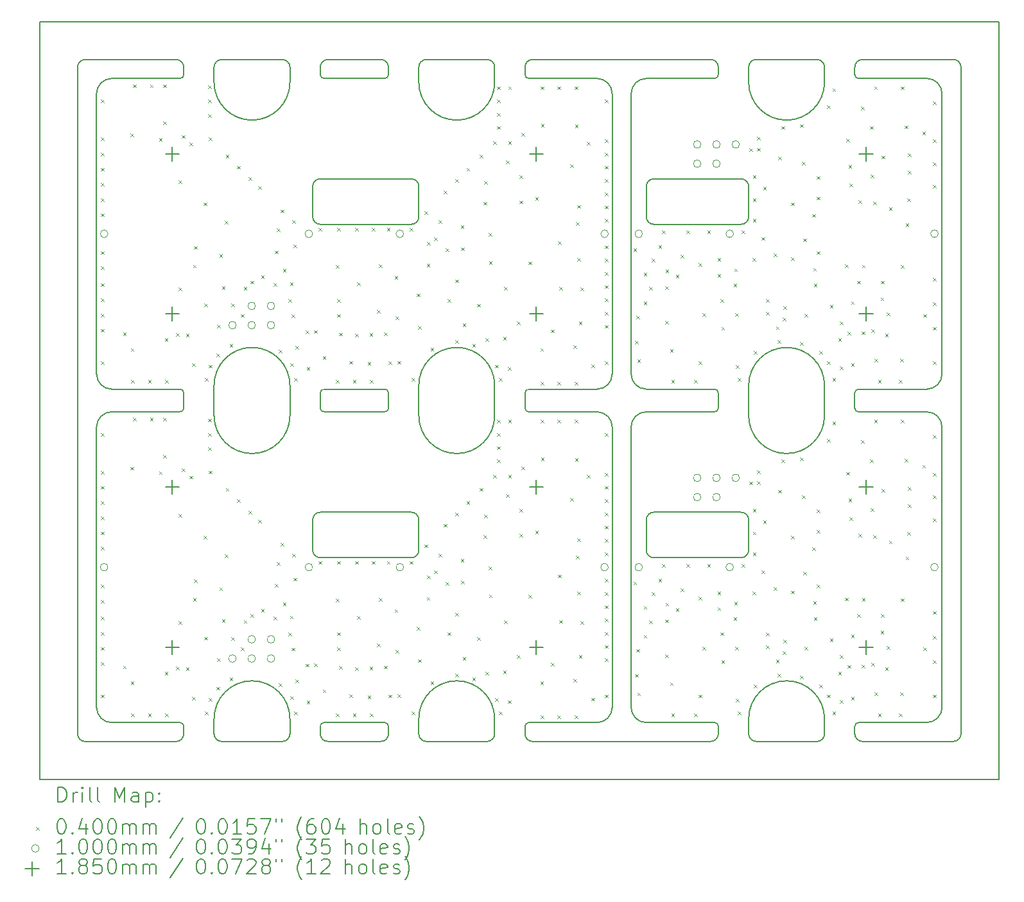
<source format=gbr>
%TF.GenerationSoftware,KiCad,Pcbnew,(7.0.0)*%
%TF.CreationDate,2023-04-30T09:27:37+02:00*%
%TF.ProjectId,IKEA_Button2,494b4541-5f42-4757-9474-6f6e322e6b69,rev?*%
%TF.SameCoordinates,Original*%
%TF.FileFunction,Drillmap*%
%TF.FilePolarity,Positive*%
%FSLAX45Y45*%
G04 Gerber Fmt 4.5, Leading zero omitted, Abs format (unit mm)*
G04 Created by KiCad (PCBNEW (7.0.0)) date 2023-04-30 09:27:37*
%MOMM*%
%LPD*%
G01*
G04 APERTURE LIST*
%ADD10C,0.150000*%
%ADD11C,0.200000*%
%ADD12C,0.040000*%
%ADD13C,0.100000*%
%ADD14C,0.185000*%
G04 APERTURE END LIST*
D10*
X7700210Y-10699790D02*
X7700000Y-10600000D01*
X5900000Y-10600000D02*
X5900210Y-10699790D01*
X6300000Y-10550000D02*
X6300210Y-10699790D01*
X7300000Y-10550000D02*
X7300210Y-10699790D01*
X7750000Y-10550000D02*
X8650000Y-10550000D01*
X8850000Y-6650000D02*
G75*
G03*
X8650000Y-6450000I-200000J0D01*
G01*
X5850000Y-6450000D02*
X5050000Y-6450000D01*
X6300000Y-6500000D02*
G75*
G03*
X7300000Y-6500000I500000J0D01*
G01*
X5000000Y-7775000D02*
X6200000Y-7775000D01*
X6200000Y-8375000D02*
X5000000Y-8375000D01*
X5850000Y-6450000D02*
G75*
G03*
X5899790Y-6400210I0J49790D01*
G01*
X7750000Y-10550000D02*
G75*
G03*
X7700000Y-10600000I0J-50000D01*
G01*
X7700000Y-6400000D02*
G75*
G03*
X7750000Y-6450000I50000J0D01*
G01*
X8850000Y-6650000D02*
X8850000Y-10350000D01*
X7300000Y-10500000D02*
G75*
G03*
X6300000Y-10500000I-500000J0D01*
G01*
X5900000Y-10600000D02*
G75*
G03*
X5850000Y-10550000I-50000J0D01*
G01*
X8649953Y-6450210D02*
X7750000Y-6450210D01*
X7300000Y-6500000D02*
X7300000Y-6450000D01*
X6300000Y-6450000D02*
X6300000Y-6500000D01*
X6300000Y-7875000D02*
X6300000Y-8275000D01*
X6300000Y-10550000D02*
X6300000Y-10500000D01*
X7300000Y-10500000D02*
X7300000Y-10550000D01*
X8650000Y-10550000D02*
G75*
G03*
X8850000Y-10350000I0J200000D01*
G01*
X6200000Y-8375000D02*
G75*
G03*
X6300000Y-8275000I0J100000D01*
G01*
X6300000Y-7875000D02*
G75*
G03*
X6200000Y-7775000I-100000J0D01*
G01*
X12050000Y-2000000D02*
G75*
G03*
X12100000Y-2050000I50000J0D01*
G01*
X11650000Y-10500000D02*
G75*
G03*
X10650000Y-10500000I-500000J0D01*
G01*
X6300000Y-2050000D02*
X6300000Y-2100000D01*
X3600000Y-2100000D02*
X3600000Y-2050000D01*
X7700000Y-2000000D02*
X7700000Y-1900000D01*
X13350000Y-10800000D02*
G75*
G03*
X13450000Y-10700000I0J100000D01*
G01*
X5000040Y-10699790D02*
G75*
G03*
X5100047Y-10799790I100010J10D01*
G01*
X3200210Y-6199790D02*
X3200000Y-6400000D01*
X10550000Y-8375000D02*
X9400000Y-8375000D01*
X1800000Y-10700000D02*
G75*
G03*
X1900000Y-10800000I100000J0D01*
G01*
X10650000Y-6150000D02*
X10650000Y-6100000D01*
X5850000Y-2050000D02*
G75*
G03*
X5899790Y-2000210I0J49790D01*
G01*
X9100000Y-10350000D02*
G75*
G03*
X9300000Y-10550000I200000J0D01*
G01*
X10650000Y-3475000D02*
G75*
G03*
X10550000Y-3375000I-100000J0D01*
G01*
X3700000Y-1800000D02*
X4500000Y-1800000D01*
X11650000Y-10550000D02*
X11650047Y-10699790D01*
X7300000Y-1900000D02*
G75*
G03*
X7200000Y-1800000I-100000J0D01*
G01*
X3150000Y-2050000D02*
X2250000Y-2050000D01*
X7300000Y-6100000D02*
X7300000Y-6150000D01*
X5800210Y-10799790D02*
G75*
G03*
X5900210Y-10699790I0J100000D01*
G01*
X5000210Y-10699790D02*
X5000210Y-10599790D01*
X9100000Y-5950000D02*
X9100000Y-3975000D01*
X10650000Y-2100000D02*
G75*
G03*
X11650000Y-2100000I500000J0D01*
G01*
X7300000Y-1900000D02*
X7300000Y-2050000D01*
X7700210Y-10699790D02*
G75*
G03*
X7800210Y-10799790I100000J0D01*
G01*
X10650000Y-6150000D02*
X10650000Y-6450000D01*
X13000000Y-10550000D02*
G75*
G03*
X13200000Y-10350000I0J200000D01*
G01*
X10750000Y-1800000D02*
X11550000Y-1800000D01*
X10550000Y-3975000D02*
G75*
G03*
X10650000Y-3875000I0J100000D01*
G01*
X10200000Y-6150000D02*
X9300000Y-6150000D01*
X7300000Y-6150000D02*
X7300000Y-6450000D01*
X4600000Y-2050000D02*
X4600000Y-2100000D01*
X10650000Y-1900000D02*
X10650000Y-2050000D01*
X10550000Y-3975000D02*
X9400000Y-3975000D01*
X11650000Y-6150000D02*
X11650000Y-6450000D01*
X4600000Y-2050000D02*
X4600000Y-1900000D01*
X9400000Y-3375000D02*
X10550000Y-3375000D01*
X4600000Y-6100000D02*
G75*
G03*
X3600000Y-6100000I-500000J0D01*
G01*
X9300000Y-7875000D02*
X9300000Y-8275000D01*
X5000000Y-7775000D02*
G75*
G03*
X4900000Y-7875000I0J-100000D01*
G01*
X5000000Y-2000000D02*
G75*
G03*
X5050000Y-2050000I50000J0D01*
G01*
X3150000Y-2050000D02*
G75*
G03*
X3200000Y-2000000I0J50000D01*
G01*
X10200000Y-2050000D02*
X9300000Y-2050000D01*
X4900000Y-7875000D02*
X4900000Y-8275000D01*
X10650000Y-10550000D02*
X10650000Y-10500000D01*
X7750000Y-6150000D02*
X8650000Y-6150000D01*
X12999953Y-6450210D02*
X12100000Y-6450210D01*
X1800000Y-10700000D02*
X1800000Y-1900000D01*
X5850000Y-2050000D02*
X5050000Y-2050000D01*
X10250000Y-6200000D02*
G75*
G03*
X10200000Y-6150000I-50000J0D01*
G01*
X3600000Y-6500000D02*
X3600000Y-6450000D01*
X2250047Y-6149790D02*
X3150000Y-6149790D01*
X3100000Y-10800000D02*
X1900000Y-10800000D01*
X12100000Y-10550000D02*
G75*
G03*
X12050000Y-10600000I0J-50000D01*
G01*
X10250000Y-6200000D02*
X10249790Y-6400210D01*
X3600000Y-6100000D02*
X3600000Y-6150000D01*
X7300000Y-2100000D02*
X7300000Y-2050000D01*
X9300000Y-3875000D02*
G75*
G03*
X9400000Y-3975000I100000J0D01*
G01*
X4600000Y-10500000D02*
G75*
G03*
X3600000Y-10500000I-500000J0D01*
G01*
X13200000Y-6650000D02*
G75*
G03*
X13000000Y-6450000I-200000J0D01*
G01*
X12999953Y-2050210D02*
X12100000Y-2050210D01*
X2050000Y-5950000D02*
G75*
G03*
X2250000Y-6150000I200000J0D01*
G01*
X5100000Y-1800000D02*
G75*
G03*
X5000000Y-1900000I0J-100000D01*
G01*
X4600210Y-10699790D02*
X4600210Y-10549790D01*
X6300210Y-10699790D02*
G75*
G03*
X6400210Y-10799790I100000J0D01*
G01*
X10650000Y-2050000D02*
X10650000Y-2100000D01*
X5900000Y-6200000D02*
G75*
G03*
X5850000Y-6150000I-50000J0D01*
G01*
X4600000Y-10550000D02*
X4600000Y-10500000D01*
X11650000Y-2100000D02*
X11650000Y-2050000D01*
X9300000Y-2050000D02*
G75*
G03*
X9100000Y-2250000I0J-200000D01*
G01*
X3600040Y-10699790D02*
G75*
G03*
X3700047Y-10799790I100010J10D01*
G01*
X10200000Y-10550000D02*
X9300000Y-10550000D01*
X12150210Y-10799790D02*
X13350000Y-10800000D01*
X12050000Y-6400000D02*
G75*
G03*
X12100000Y-6450000I50000J0D01*
G01*
X8850000Y-2250000D02*
G75*
G03*
X8650000Y-2050000I-200000J0D01*
G01*
X8650000Y-6150000D02*
G75*
G03*
X8850000Y-5950000I0J200000D01*
G01*
X3200000Y-1900000D02*
G75*
G03*
X3100000Y-1800000I-100000J0D01*
G01*
X12100000Y-10550000D02*
X13000000Y-10550000D01*
X9100000Y-2250000D02*
X9100000Y-3975000D01*
X6300000Y-2100000D02*
G75*
G03*
X7300000Y-2100000I500000J0D01*
G01*
X10650000Y-10550000D02*
X10650047Y-10699790D01*
X3200000Y-10600000D02*
G75*
G03*
X3150000Y-10550000I-50000J0D01*
G01*
X7750000Y-6150000D02*
G75*
G03*
X7700000Y-6200000I0J-50000D01*
G01*
X5900000Y-1900000D02*
X5900000Y-2000000D01*
X10150210Y-10799790D02*
G75*
G03*
X10250210Y-10699790I0J100000D01*
G01*
X7200210Y-10799790D02*
G75*
G03*
X7300210Y-10699790I0J100000D01*
G01*
X3700000Y-1800000D02*
G75*
G03*
X3600000Y-1900000I0J-100000D01*
G01*
X6400210Y-10799790D02*
X7200210Y-10799790D01*
X6300000Y-6150000D02*
X6300000Y-6450000D01*
X12050210Y-10699790D02*
G75*
G03*
X12150210Y-10799790I100000J0D01*
G01*
X3150000Y-6450000D02*
X2250000Y-6450000D01*
X6300000Y-3475000D02*
G75*
G03*
X6200000Y-3375000I-100000J0D01*
G01*
X10200000Y-6450000D02*
X9300000Y-6450000D01*
X3200210Y-10599790D02*
X3200210Y-10699790D01*
X4900000Y-3875000D02*
G75*
G03*
X5000000Y-3975000I100000J0D01*
G01*
X4500047Y-10799797D02*
G75*
G03*
X4600047Y-10699790I-7J100007D01*
G01*
X11650000Y-10500000D02*
X11650000Y-10550000D01*
X5100000Y-1800000D02*
X5800000Y-1800000D01*
X5000000Y-3375000D02*
G75*
G03*
X4900000Y-3475000I0J-100000D01*
G01*
X5000000Y-2000000D02*
X5000000Y-1900000D01*
X9100000Y-6650000D02*
X9100000Y-8375000D01*
X9400000Y-7775000D02*
X10550000Y-7775000D01*
X10650000Y-7875000D02*
X10650000Y-8275000D01*
X10200000Y-2050000D02*
G75*
G03*
X10249790Y-2000210I0J49790D01*
G01*
X12100000Y-6150000D02*
G75*
G03*
X12050000Y-6200000I0J-50000D01*
G01*
X4900000Y-3475000D02*
X4900000Y-3875000D01*
X13950000Y-11300000D02*
X13950000Y-1300000D01*
X7700000Y-6400000D02*
X7700000Y-6200000D01*
X3200000Y-1900000D02*
X3200000Y-2000000D01*
X2250047Y-10549790D02*
X3150000Y-10549790D01*
X11550210Y-10799790D02*
G75*
G03*
X11650210Y-10699790I0J100000D01*
G01*
X1300000Y-11300000D02*
X13950000Y-11300000D01*
X3600000Y-6450000D02*
X3600210Y-6149790D01*
X4600000Y-1900000D02*
G75*
G03*
X4500000Y-1800000I-100000J0D01*
G01*
X10750210Y-10799790D02*
X11550210Y-10799790D01*
X4900000Y-8275000D02*
G75*
G03*
X5000000Y-8375000I100000J0D01*
G01*
X3100047Y-10799797D02*
G75*
G03*
X3200047Y-10699790I-7J100007D01*
G01*
X5050000Y-10550000D02*
G75*
G03*
X5000210Y-10599790I0J-49790D01*
G01*
X10750000Y-1800000D02*
G75*
G03*
X10650000Y-1900000I0J-100000D01*
G01*
X4600000Y-6450000D02*
X4600000Y-6500000D01*
X2050000Y-10350000D02*
G75*
G03*
X2250000Y-10550000I200000J0D01*
G01*
X7800000Y-1800000D02*
X10150000Y-1800000D01*
X12050000Y-6400000D02*
X12050000Y-6200000D01*
X13000000Y-6150000D02*
G75*
G03*
X13200000Y-5950000I0J200000D01*
G01*
X2250000Y-2050000D02*
G75*
G03*
X2050000Y-2250000I0J-200000D01*
G01*
X7800210Y-10799790D02*
X10150210Y-10799790D01*
X9400000Y-3375000D02*
G75*
G03*
X9300000Y-3475000I0J-100000D01*
G01*
X8850000Y-2250000D02*
X8850000Y-5950000D01*
X5050000Y-6150000D02*
G75*
G03*
X5000210Y-6199790I0J-49790D01*
G01*
X10250000Y-10600000D02*
G75*
G03*
X10200000Y-10550000I-50000J0D01*
G01*
X12050000Y-2000000D02*
X12050000Y-1900000D01*
X6400000Y-1800000D02*
G75*
G03*
X6300000Y-1900000I0J-100000D01*
G01*
X2250000Y-6450000D02*
G75*
G03*
X2050000Y-6650000I0J-200000D01*
G01*
X5900000Y-1900000D02*
G75*
G03*
X5800000Y-1800000I-100000J0D01*
G01*
X10650210Y-10699790D02*
G75*
G03*
X10750210Y-10799790I100000J0D01*
G01*
X10250000Y-1900000D02*
G75*
G03*
X10150000Y-1800000I-100000J0D01*
G01*
X6200000Y-3975000D02*
X5000000Y-3975000D01*
X9100000Y-10350000D02*
X9100000Y-8375000D01*
X12050000Y-10700000D02*
X12050000Y-10600000D01*
X13450000Y-10700000D02*
X13450000Y-1900000D01*
X9300000Y-6450000D02*
G75*
G03*
X9100000Y-6650000I0J-200000D01*
G01*
X7800000Y-1800000D02*
G75*
G03*
X7700000Y-1900000I0J-100000D01*
G01*
X4600210Y-6450000D02*
X4600210Y-6149790D01*
X3150000Y-6450000D02*
G75*
G03*
X3200000Y-6400000I0J50000D01*
G01*
X1900000Y-1800000D02*
G75*
G03*
X1800000Y-1900000I0J-100000D01*
G01*
X9400000Y-7775000D02*
G75*
G03*
X9300000Y-7875000I0J-100000D01*
G01*
X13200000Y-6650000D02*
X13200000Y-10350000D01*
X4500047Y-10799790D02*
X3700047Y-10799790D01*
X2050000Y-10350000D02*
X2050000Y-6650000D01*
X5050000Y-6150000D02*
X5850000Y-6150000D01*
X5050000Y-10550000D02*
X5850000Y-10550000D01*
X6300000Y-1900000D02*
X6300000Y-2050000D01*
X12150000Y-1800000D02*
G75*
G03*
X12050000Y-1900000I0J-100000D01*
G01*
X9300000Y-8275000D02*
G75*
G03*
X9400000Y-8375000I100000J0D01*
G01*
X8649953Y-2050210D02*
X7750000Y-2050210D01*
X4600000Y-6150000D02*
X4600000Y-6100000D01*
X6400000Y-1800000D02*
X7200000Y-1800000D01*
X3600000Y-2100000D02*
G75*
G03*
X4600000Y-2100000I500000J0D01*
G01*
X5000000Y-6400000D02*
X5000210Y-6199790D01*
X5000000Y-3375000D02*
X6200000Y-3375000D01*
X3600000Y-2050000D02*
X3600000Y-1900000D01*
X13200000Y-2250000D02*
X13200000Y-5950000D01*
X11650000Y-1900000D02*
G75*
G03*
X11550000Y-1800000I-100000J0D01*
G01*
X9100000Y-5950000D02*
G75*
G03*
X9300000Y-6150000I200000J0D01*
G01*
X13450000Y-1900000D02*
G75*
G03*
X13350000Y-1800000I-100000J0D01*
G01*
X12150000Y-1800000D02*
X13350000Y-1800000D01*
X3200000Y-6200000D02*
G75*
G03*
X3150000Y-6150000I-50000J0D01*
G01*
X11650000Y-6100000D02*
X11650000Y-6150000D01*
X3600000Y-10500000D02*
X3600000Y-10550000D01*
X1900000Y-1800000D02*
X3100000Y-1800000D01*
X5000000Y-6400000D02*
G75*
G03*
X5050000Y-6450000I50000J0D01*
G01*
X11650000Y-1900000D02*
X11650000Y-2050000D01*
X7700000Y-2000000D02*
G75*
G03*
X7750000Y-2050000I50000J0D01*
G01*
X10250000Y-1900000D02*
X10250000Y-2000000D01*
X10250000Y-10600000D02*
X10250047Y-10699790D01*
X6200000Y-3975000D02*
G75*
G03*
X6300000Y-3875000I0J100000D01*
G01*
X11650000Y-6500000D02*
X11650000Y-6450000D01*
X10650000Y-6500000D02*
G75*
G03*
X11650000Y-6500000I500000J0D01*
G01*
X10650000Y-6450000D02*
X10650000Y-6500000D01*
X1300000Y-11300000D02*
X1300000Y-1300000D01*
X12100000Y-6150000D02*
X13000000Y-6150000D01*
X9300000Y-3475000D02*
X9300000Y-3875000D01*
X11650000Y-6100000D02*
G75*
G03*
X10650000Y-6100000I-500000J0D01*
G01*
X10650000Y-3475000D02*
X10650000Y-3875000D01*
X10550000Y-8375000D02*
G75*
G03*
X10650000Y-8275000I0J100000D01*
G01*
X7300000Y-6100000D02*
G75*
G03*
X6300000Y-6100000I-500000J0D01*
G01*
X6300000Y-3475000D02*
X6300000Y-3875000D01*
X5900000Y-6200000D02*
X5899790Y-6400210D01*
X10200000Y-6450000D02*
G75*
G03*
X10249790Y-6400210I0J49790D01*
G01*
X13200000Y-2250000D02*
G75*
G03*
X13000000Y-2050000I-200000J0D01*
G01*
X3600000Y-6500000D02*
G75*
G03*
X4600000Y-6500000I500000J0D01*
G01*
X6300000Y-6150000D02*
X6300000Y-6100000D01*
X10650000Y-7875000D02*
G75*
G03*
X10550000Y-7775000I-100000J0D01*
G01*
X5100047Y-10799790D02*
X5800210Y-10799790D01*
X2050000Y-5950000D02*
X2050000Y-2250000D01*
X1300000Y-1300000D02*
X13950000Y-1300000D01*
X3600210Y-10699790D02*
X3600210Y-10549790D01*
D11*
D12*
X2105000Y-2330000D02*
X2145000Y-2370000D01*
X2145000Y-2330000D02*
X2105000Y-2370000D01*
X2105000Y-2830000D02*
X2145000Y-2870000D01*
X2145000Y-2830000D02*
X2105000Y-2870000D01*
X2105000Y-3030000D02*
X2145000Y-3070000D01*
X2145000Y-3030000D02*
X2105000Y-3070000D01*
X2105000Y-3230000D02*
X2145000Y-3270000D01*
X2145000Y-3230000D02*
X2105000Y-3270000D01*
X2105000Y-3430000D02*
X2145000Y-3470000D01*
X2145000Y-3430000D02*
X2105000Y-3470000D01*
X2105000Y-3630000D02*
X2145000Y-3670000D01*
X2145000Y-3630000D02*
X2105000Y-3670000D01*
X2105000Y-3830000D02*
X2145000Y-3870000D01*
X2145000Y-3830000D02*
X2105000Y-3870000D01*
X2105000Y-4330000D02*
X2145000Y-4370000D01*
X2145000Y-4330000D02*
X2105000Y-4370000D01*
X2105000Y-4530000D02*
X2145000Y-4570000D01*
X2145000Y-4530000D02*
X2105000Y-4570000D01*
X2105000Y-4755000D02*
X2145000Y-4795000D01*
X2145000Y-4755000D02*
X2105000Y-4795000D01*
X2105000Y-4955000D02*
X2145000Y-4995000D01*
X2145000Y-4955000D02*
X2105000Y-4995000D01*
X2105000Y-5155000D02*
X2145000Y-5195000D01*
X2145000Y-5155000D02*
X2105000Y-5195000D01*
X2105000Y-5355000D02*
X2145000Y-5395000D01*
X2145000Y-5355000D02*
X2105000Y-5395000D01*
X2105000Y-5780000D02*
X2145000Y-5820000D01*
X2145000Y-5780000D02*
X2105000Y-5820000D01*
X2105000Y-6730000D02*
X2145000Y-6770000D01*
X2145000Y-6730000D02*
X2105000Y-6770000D01*
X2105000Y-7230000D02*
X2145000Y-7270000D01*
X2145000Y-7230000D02*
X2105000Y-7270000D01*
X2105000Y-7430000D02*
X2145000Y-7470000D01*
X2145000Y-7430000D02*
X2105000Y-7470000D01*
X2105000Y-7630000D02*
X2145000Y-7670000D01*
X2145000Y-7630000D02*
X2105000Y-7670000D01*
X2105000Y-7830000D02*
X2145000Y-7870000D01*
X2145000Y-7830000D02*
X2105000Y-7870000D01*
X2105000Y-8030000D02*
X2145000Y-8070000D01*
X2145000Y-8030000D02*
X2105000Y-8070000D01*
X2105000Y-8230000D02*
X2145000Y-8270000D01*
X2145000Y-8230000D02*
X2105000Y-8270000D01*
X2105000Y-8730000D02*
X2145000Y-8770000D01*
X2145000Y-8730000D02*
X2105000Y-8770000D01*
X2105000Y-8930000D02*
X2145000Y-8970000D01*
X2145000Y-8930000D02*
X2105000Y-8970000D01*
X2105000Y-9155000D02*
X2145000Y-9195000D01*
X2145000Y-9155000D02*
X2105000Y-9195000D01*
X2105000Y-9355000D02*
X2145000Y-9395000D01*
X2145000Y-9355000D02*
X2105000Y-9395000D01*
X2105000Y-9555000D02*
X2145000Y-9595000D01*
X2145000Y-9555000D02*
X2105000Y-9595000D01*
X2105000Y-9755000D02*
X2145000Y-9795000D01*
X2145000Y-9755000D02*
X2105000Y-9795000D01*
X2105000Y-10180000D02*
X2145000Y-10220000D01*
X2145000Y-10180000D02*
X2105000Y-10220000D01*
X2400000Y-5400000D02*
X2440000Y-5440000D01*
X2440000Y-5400000D02*
X2400000Y-5440000D01*
X2400000Y-9800000D02*
X2440000Y-9840000D01*
X2440000Y-9800000D02*
X2400000Y-9840000D01*
X2494000Y-2775000D02*
X2534000Y-2815000D01*
X2534000Y-2775000D02*
X2494000Y-2815000D01*
X2494000Y-7175000D02*
X2534000Y-7215000D01*
X2534000Y-7175000D02*
X2494000Y-7215000D01*
X2500000Y-5610000D02*
X2540000Y-5650000D01*
X2540000Y-5610000D02*
X2500000Y-5650000D01*
X2500000Y-10010000D02*
X2540000Y-10050000D01*
X2540000Y-10010000D02*
X2500000Y-10050000D01*
X2505000Y-6030000D02*
X2545000Y-6070000D01*
X2545000Y-6030000D02*
X2505000Y-6070000D01*
X2505000Y-10430000D02*
X2545000Y-10470000D01*
X2545000Y-10430000D02*
X2505000Y-10470000D01*
X2530000Y-2130000D02*
X2570000Y-2170000D01*
X2570000Y-2130000D02*
X2530000Y-2170000D01*
X2530000Y-6530000D02*
X2570000Y-6570000D01*
X2570000Y-6530000D02*
X2530000Y-6570000D01*
X2730000Y-6030000D02*
X2770000Y-6070000D01*
X2770000Y-6030000D02*
X2730000Y-6070000D01*
X2730000Y-10430000D02*
X2770000Y-10470000D01*
X2770000Y-10430000D02*
X2730000Y-10470000D01*
X2755000Y-2130000D02*
X2795000Y-2170000D01*
X2795000Y-2130000D02*
X2755000Y-2170000D01*
X2755000Y-6530000D02*
X2795000Y-6570000D01*
X2795000Y-6530000D02*
X2755000Y-6570000D01*
X2873000Y-2834000D02*
X2913000Y-2874000D01*
X2913000Y-2834000D02*
X2873000Y-2874000D01*
X2873000Y-7234000D02*
X2913000Y-7274000D01*
X2913000Y-7234000D02*
X2873000Y-7274000D01*
X2930000Y-2130000D02*
X2970000Y-2170000D01*
X2970000Y-2130000D02*
X2930000Y-2170000D01*
X2930000Y-6530000D02*
X2970000Y-6570000D01*
X2970000Y-6530000D02*
X2930000Y-6570000D01*
X2931000Y-2617000D02*
X2971000Y-2657000D01*
X2971000Y-2617000D02*
X2931000Y-2657000D01*
X2931000Y-7017000D02*
X2971000Y-7057000D01*
X2971000Y-7017000D02*
X2931000Y-7057000D01*
X2950000Y-5480000D02*
X2990000Y-5520000D01*
X2990000Y-5480000D02*
X2950000Y-5520000D01*
X2950000Y-9880000D02*
X2990000Y-9920000D01*
X2990000Y-9880000D02*
X2950000Y-9920000D01*
X2955000Y-6030000D02*
X2995000Y-6070000D01*
X2995000Y-6030000D02*
X2955000Y-6070000D01*
X2955000Y-10430000D02*
X2995000Y-10470000D01*
X2995000Y-10430000D02*
X2955000Y-10470000D01*
X3100000Y-5410000D02*
X3140000Y-5450000D01*
X3140000Y-5410000D02*
X3100000Y-5450000D01*
X3100000Y-9810000D02*
X3140000Y-9850000D01*
X3140000Y-9810000D02*
X3100000Y-9850000D01*
X3130000Y-3397000D02*
X3170000Y-3437000D01*
X3170000Y-3397000D02*
X3130000Y-3437000D01*
X3130000Y-7797000D02*
X3170000Y-7837000D01*
X3170000Y-7797000D02*
X3130000Y-7837000D01*
X3133000Y-4810000D02*
X3173000Y-4850000D01*
X3173000Y-4810000D02*
X3133000Y-4850000D01*
X3133000Y-9210000D02*
X3173000Y-9250000D01*
X3173000Y-9210000D02*
X3133000Y-9250000D01*
X3174000Y-2798000D02*
X3214000Y-2838000D01*
X3214000Y-2798000D02*
X3174000Y-2838000D01*
X3174000Y-7198000D02*
X3214000Y-7238000D01*
X3214000Y-7198000D02*
X3174000Y-7238000D01*
X3230000Y-5420000D02*
X3270000Y-5460000D01*
X3270000Y-5420000D02*
X3230000Y-5460000D01*
X3230000Y-9820000D02*
X3270000Y-9860000D01*
X3270000Y-9820000D02*
X3230000Y-9860000D01*
X3273000Y-2895000D02*
X3313000Y-2935000D01*
X3313000Y-2895000D02*
X3273000Y-2935000D01*
X3273000Y-7295000D02*
X3313000Y-7335000D01*
X3313000Y-7295000D02*
X3273000Y-7335000D01*
X3310000Y-5810000D02*
X3350000Y-5850000D01*
X3350000Y-5810000D02*
X3310000Y-5850000D01*
X3310000Y-10210000D02*
X3350000Y-10250000D01*
X3350000Y-10210000D02*
X3310000Y-10250000D01*
X3323000Y-4509000D02*
X3363000Y-4549000D01*
X3363000Y-4509000D02*
X3323000Y-4549000D01*
X3323000Y-8909000D02*
X3363000Y-8949000D01*
X3363000Y-8909000D02*
X3323000Y-8949000D01*
X3334000Y-4263000D02*
X3374000Y-4303000D01*
X3374000Y-4263000D02*
X3334000Y-4303000D01*
X3334000Y-8663000D02*
X3374000Y-8703000D01*
X3374000Y-8663000D02*
X3334000Y-8703000D01*
X3463000Y-3686000D02*
X3503000Y-3726000D01*
X3503000Y-3686000D02*
X3463000Y-3726000D01*
X3463000Y-8086000D02*
X3503000Y-8126000D01*
X3503000Y-8086000D02*
X3463000Y-8126000D01*
X3470000Y-5020000D02*
X3510000Y-5060000D01*
X3510000Y-5020000D02*
X3470000Y-5060000D01*
X3470000Y-9420000D02*
X3510000Y-9460000D01*
X3510000Y-9420000D02*
X3470000Y-9460000D01*
X3480000Y-6005000D02*
X3520000Y-6045000D01*
X3520000Y-6005000D02*
X3480000Y-6045000D01*
X3480000Y-10405000D02*
X3520000Y-10445000D01*
X3520000Y-10405000D02*
X3480000Y-10445000D01*
X3520000Y-2140000D02*
X3560000Y-2180000D01*
X3560000Y-2140000D02*
X3520000Y-2180000D01*
X3520000Y-2330000D02*
X3560000Y-2370000D01*
X3560000Y-2330000D02*
X3520000Y-2370000D01*
X3520000Y-2520000D02*
X3560000Y-2560000D01*
X3560000Y-2520000D02*
X3520000Y-2560000D01*
X3520000Y-6540000D02*
X3560000Y-6580000D01*
X3560000Y-6540000D02*
X3520000Y-6580000D01*
X3520000Y-6730000D02*
X3560000Y-6770000D01*
X3560000Y-6730000D02*
X3520000Y-6770000D01*
X3520000Y-6920000D02*
X3560000Y-6960000D01*
X3560000Y-6920000D02*
X3520000Y-6960000D01*
X3530000Y-5830000D02*
X3570000Y-5870000D01*
X3570000Y-5830000D02*
X3530000Y-5870000D01*
X3530000Y-10230000D02*
X3570000Y-10270000D01*
X3570000Y-10230000D02*
X3530000Y-10270000D01*
X3532000Y-2825000D02*
X3572000Y-2865000D01*
X3572000Y-2825000D02*
X3532000Y-2865000D01*
X3532000Y-7225000D02*
X3572000Y-7265000D01*
X3572000Y-7225000D02*
X3532000Y-7265000D01*
X3630000Y-5680000D02*
X3670000Y-5720000D01*
X3670000Y-5680000D02*
X3630000Y-5720000D01*
X3630000Y-10080000D02*
X3670000Y-10120000D01*
X3670000Y-10080000D02*
X3630000Y-10120000D01*
X3640000Y-5300000D02*
X3680000Y-5340000D01*
X3680000Y-5300000D02*
X3640000Y-5340000D01*
X3640000Y-9700000D02*
X3680000Y-9740000D01*
X3680000Y-9700000D02*
X3640000Y-9740000D01*
X3669000Y-4368000D02*
X3709000Y-4408000D01*
X3709000Y-4368000D02*
X3669000Y-4408000D01*
X3669000Y-8768000D02*
X3709000Y-8808000D01*
X3709000Y-8768000D02*
X3669000Y-8808000D01*
X3702000Y-4789000D02*
X3742000Y-4829000D01*
X3742000Y-4789000D02*
X3702000Y-4829000D01*
X3702000Y-9189000D02*
X3742000Y-9229000D01*
X3742000Y-9189000D02*
X3702000Y-9229000D01*
X3744000Y-3931000D02*
X3784000Y-3971000D01*
X3784000Y-3931000D02*
X3744000Y-3971000D01*
X3744000Y-8331000D02*
X3784000Y-8371000D01*
X3784000Y-8331000D02*
X3744000Y-8371000D01*
X3755000Y-3055000D02*
X3795000Y-3095000D01*
X3795000Y-3055000D02*
X3755000Y-3095000D01*
X3755000Y-7455000D02*
X3795000Y-7495000D01*
X3795000Y-7455000D02*
X3755000Y-7495000D01*
X3805000Y-5555000D02*
X3845000Y-5595000D01*
X3845000Y-5555000D02*
X3805000Y-5595000D01*
X3805000Y-9955000D02*
X3845000Y-9995000D01*
X3845000Y-9955000D02*
X3805000Y-9995000D01*
X3827000Y-5023000D02*
X3867000Y-5063000D01*
X3867000Y-5023000D02*
X3827000Y-5063000D01*
X3827000Y-9423000D02*
X3867000Y-9463000D01*
X3867000Y-9423000D02*
X3827000Y-9463000D01*
X3905000Y-3205000D02*
X3945000Y-3245000D01*
X3945000Y-3205000D02*
X3905000Y-3245000D01*
X3905000Y-7605000D02*
X3945000Y-7645000D01*
X3945000Y-7605000D02*
X3905000Y-7645000D01*
X3950000Y-5160000D02*
X3990000Y-5200000D01*
X3990000Y-5160000D02*
X3950000Y-5200000D01*
X3950000Y-9560000D02*
X3990000Y-9600000D01*
X3990000Y-9560000D02*
X3950000Y-9600000D01*
X3990000Y-4800000D02*
X4030000Y-4840000D01*
X4030000Y-4800000D02*
X3990000Y-4840000D01*
X3990000Y-9200000D02*
X4030000Y-9240000D01*
X4030000Y-9200000D02*
X3990000Y-9240000D01*
X4055000Y-3355000D02*
X4095000Y-3395000D01*
X4095000Y-3355000D02*
X4055000Y-3395000D01*
X4055000Y-7755000D02*
X4095000Y-7795000D01*
X4095000Y-7755000D02*
X4055000Y-7795000D01*
X4081000Y-4721000D02*
X4121000Y-4761000D01*
X4121000Y-4721000D02*
X4081000Y-4761000D01*
X4081000Y-9121000D02*
X4121000Y-9161000D01*
X4121000Y-9121000D02*
X4081000Y-9161000D01*
X4180000Y-3472000D02*
X4220000Y-3512000D01*
X4220000Y-3472000D02*
X4180000Y-3512000D01*
X4180000Y-7872000D02*
X4220000Y-7912000D01*
X4220000Y-7872000D02*
X4180000Y-7912000D01*
X4219000Y-4651000D02*
X4259000Y-4691000D01*
X4259000Y-4651000D02*
X4219000Y-4691000D01*
X4219000Y-9051000D02*
X4259000Y-9091000D01*
X4259000Y-9051000D02*
X4219000Y-9091000D01*
X4387000Y-4750000D02*
X4427000Y-4790000D01*
X4427000Y-4750000D02*
X4387000Y-4790000D01*
X4387000Y-9150000D02*
X4427000Y-9190000D01*
X4427000Y-9150000D02*
X4387000Y-9190000D01*
X4399000Y-4321000D02*
X4439000Y-4361000D01*
X4439000Y-4321000D02*
X4399000Y-4361000D01*
X4399000Y-8721000D02*
X4439000Y-8761000D01*
X4439000Y-8721000D02*
X4399000Y-8761000D01*
X4430000Y-4030000D02*
X4470000Y-4070000D01*
X4470000Y-4030000D02*
X4430000Y-4070000D01*
X4430000Y-8430000D02*
X4470000Y-8470000D01*
X4470000Y-8430000D02*
X4430000Y-8470000D01*
X4455000Y-5630000D02*
X4495000Y-5670000D01*
X4495000Y-5630000D02*
X4455000Y-5670000D01*
X4455000Y-10030000D02*
X4495000Y-10070000D01*
X4495000Y-10030000D02*
X4455000Y-10070000D01*
X4480000Y-3780000D02*
X4520000Y-3820000D01*
X4520000Y-3780000D02*
X4480000Y-3820000D01*
X4480000Y-8180000D02*
X4520000Y-8220000D01*
X4520000Y-8180000D02*
X4480000Y-8220000D01*
X4508000Y-4563000D02*
X4548000Y-4603000D01*
X4548000Y-4563000D02*
X4508000Y-4603000D01*
X4508000Y-8963000D02*
X4548000Y-9003000D01*
X4548000Y-8963000D02*
X4508000Y-9003000D01*
X4578000Y-4963000D02*
X4618000Y-5003000D01*
X4618000Y-4963000D02*
X4578000Y-5003000D01*
X4578000Y-9363000D02*
X4618000Y-9403000D01*
X4618000Y-9363000D02*
X4578000Y-9403000D01*
X4600000Y-4740000D02*
X4640000Y-4780000D01*
X4640000Y-4740000D02*
X4600000Y-4780000D01*
X4600000Y-9140000D02*
X4640000Y-9180000D01*
X4640000Y-9140000D02*
X4600000Y-9180000D01*
X4605000Y-5805000D02*
X4645000Y-5845000D01*
X4645000Y-5805000D02*
X4605000Y-5845000D01*
X4605000Y-10205000D02*
X4645000Y-10245000D01*
X4645000Y-10205000D02*
X4605000Y-10245000D01*
X4624000Y-5162000D02*
X4664000Y-5202000D01*
X4664000Y-5162000D02*
X4624000Y-5202000D01*
X4624000Y-9562000D02*
X4664000Y-9602000D01*
X4664000Y-9562000D02*
X4624000Y-9602000D01*
X4630000Y-3920000D02*
X4670000Y-3960000D01*
X4670000Y-3920000D02*
X4630000Y-3960000D01*
X4630000Y-8320000D02*
X4670000Y-8360000D01*
X4670000Y-8320000D02*
X4630000Y-8360000D01*
X4650000Y-4240000D02*
X4690000Y-4280000D01*
X4690000Y-4240000D02*
X4650000Y-4280000D01*
X4650000Y-8640000D02*
X4690000Y-8680000D01*
X4690000Y-8640000D02*
X4650000Y-8680000D01*
X4655000Y-6005000D02*
X4695000Y-6045000D01*
X4695000Y-6005000D02*
X4655000Y-6045000D01*
X4655000Y-10405000D02*
X4695000Y-10445000D01*
X4695000Y-10405000D02*
X4655000Y-10445000D01*
X4670000Y-5580000D02*
X4710000Y-5620000D01*
X4710000Y-5580000D02*
X4670000Y-5620000D01*
X4670000Y-9980000D02*
X4710000Y-10020000D01*
X4710000Y-9980000D02*
X4670000Y-10020000D01*
X4806000Y-5374000D02*
X4846000Y-5414000D01*
X4846000Y-5374000D02*
X4806000Y-5414000D01*
X4806000Y-9774000D02*
X4846000Y-9814000D01*
X4846000Y-9774000D02*
X4806000Y-9814000D01*
X4820000Y-5860000D02*
X4860000Y-5900000D01*
X4860000Y-5860000D02*
X4820000Y-5900000D01*
X4820000Y-10260000D02*
X4860000Y-10300000D01*
X4860000Y-10260000D02*
X4820000Y-10300000D01*
X4916700Y-5372800D02*
X4956700Y-5412800D01*
X4956700Y-5372800D02*
X4916700Y-5412800D01*
X4916700Y-9772800D02*
X4956700Y-9812800D01*
X4956700Y-9772800D02*
X4916700Y-9812800D01*
X4980000Y-4020000D02*
X5020000Y-4060000D01*
X5020000Y-4020000D02*
X4980000Y-4060000D01*
X4980000Y-8420000D02*
X5020000Y-8460000D01*
X5020000Y-8420000D02*
X4980000Y-8460000D01*
X5032000Y-5713000D02*
X5072000Y-5753000D01*
X5072000Y-5713000D02*
X5032000Y-5753000D01*
X5032000Y-10113000D02*
X5072000Y-10153000D01*
X5072000Y-10113000D02*
X5032000Y-10153000D01*
X5204000Y-4515000D02*
X5244000Y-4555000D01*
X5244000Y-4515000D02*
X5204000Y-4555000D01*
X5204000Y-8915000D02*
X5244000Y-8955000D01*
X5244000Y-8915000D02*
X5204000Y-8955000D01*
X5205000Y-6030000D02*
X5245000Y-6070000D01*
X5245000Y-6030000D02*
X5205000Y-6070000D01*
X5205000Y-10430000D02*
X5245000Y-10470000D01*
X5245000Y-10430000D02*
X5205000Y-10470000D01*
X5220000Y-4020000D02*
X5260000Y-4060000D01*
X5260000Y-4020000D02*
X5220000Y-4060000D01*
X5220000Y-4960000D02*
X5260000Y-5000000D01*
X5260000Y-4960000D02*
X5220000Y-5000000D01*
X5220000Y-5160000D02*
X5260000Y-5200000D01*
X5260000Y-5160000D02*
X5220000Y-5200000D01*
X5220000Y-8420000D02*
X5260000Y-8460000D01*
X5260000Y-8420000D02*
X5220000Y-8460000D01*
X5220000Y-9360000D02*
X5260000Y-9400000D01*
X5260000Y-9360000D02*
X5220000Y-9400000D01*
X5220000Y-9560000D02*
X5260000Y-9600000D01*
X5260000Y-9560000D02*
X5220000Y-9600000D01*
X5247000Y-5406000D02*
X5287000Y-5446000D01*
X5287000Y-5406000D02*
X5247000Y-5446000D01*
X5247000Y-9806000D02*
X5287000Y-9846000D01*
X5287000Y-9806000D02*
X5247000Y-9846000D01*
X5386000Y-5779000D02*
X5426000Y-5819000D01*
X5426000Y-5779000D02*
X5386000Y-5819000D01*
X5386000Y-10179000D02*
X5426000Y-10219000D01*
X5426000Y-10179000D02*
X5386000Y-10219000D01*
X5430000Y-6030000D02*
X5470000Y-6070000D01*
X5470000Y-6030000D02*
X5430000Y-6070000D01*
X5430000Y-10430000D02*
X5470000Y-10470000D01*
X5470000Y-10430000D02*
X5430000Y-10470000D01*
X5460000Y-4020000D02*
X5500000Y-4060000D01*
X5500000Y-4020000D02*
X5460000Y-4060000D01*
X5460000Y-5420000D02*
X5500000Y-5460000D01*
X5500000Y-5420000D02*
X5460000Y-5460000D01*
X5460000Y-8420000D02*
X5500000Y-8460000D01*
X5500000Y-8420000D02*
X5460000Y-8460000D01*
X5460000Y-9820000D02*
X5500000Y-9860000D01*
X5500000Y-9820000D02*
X5460000Y-9860000D01*
X5485000Y-4742000D02*
X5525000Y-4782000D01*
X5525000Y-4742000D02*
X5485000Y-4782000D01*
X5485000Y-9142000D02*
X5525000Y-9182000D01*
X5525000Y-9142000D02*
X5485000Y-9182000D01*
X5624000Y-5791000D02*
X5664000Y-5831000D01*
X5664000Y-5791000D02*
X5624000Y-5831000D01*
X5624000Y-10191000D02*
X5664000Y-10231000D01*
X5664000Y-10191000D02*
X5624000Y-10231000D01*
X5650000Y-5410000D02*
X5690000Y-5450000D01*
X5690000Y-5410000D02*
X5650000Y-5450000D01*
X5650000Y-9810000D02*
X5690000Y-9850000D01*
X5690000Y-9810000D02*
X5650000Y-9850000D01*
X5655000Y-6030000D02*
X5695000Y-6070000D01*
X5695000Y-6030000D02*
X5655000Y-6070000D01*
X5655000Y-10430000D02*
X5695000Y-10470000D01*
X5695000Y-10430000D02*
X5655000Y-10470000D01*
X5680000Y-4020000D02*
X5720000Y-4060000D01*
X5720000Y-4020000D02*
X5680000Y-4060000D01*
X5680000Y-8420000D02*
X5720000Y-8460000D01*
X5720000Y-8420000D02*
X5680000Y-8460000D01*
X5746000Y-5105000D02*
X5786000Y-5145000D01*
X5786000Y-5105000D02*
X5746000Y-5145000D01*
X5746000Y-9505000D02*
X5786000Y-9545000D01*
X5786000Y-9505000D02*
X5746000Y-9545000D01*
X5774000Y-4506000D02*
X5814000Y-4546000D01*
X5814000Y-4506000D02*
X5774000Y-4546000D01*
X5774000Y-8906000D02*
X5814000Y-8946000D01*
X5814000Y-8906000D02*
X5774000Y-8946000D01*
X5840000Y-5400000D02*
X5880000Y-5440000D01*
X5880000Y-5400000D02*
X5840000Y-5440000D01*
X5840000Y-9800000D02*
X5880000Y-9840000D01*
X5880000Y-9800000D02*
X5840000Y-9840000D01*
X5880000Y-4020000D02*
X5920000Y-4060000D01*
X5920000Y-4020000D02*
X5880000Y-4060000D01*
X5880000Y-8420000D02*
X5920000Y-8460000D01*
X5920000Y-8420000D02*
X5880000Y-8460000D01*
X5898291Y-5781457D02*
X5938291Y-5821457D01*
X5938291Y-5781457D02*
X5898291Y-5821457D01*
X5898291Y-10181457D02*
X5938291Y-10221457D01*
X5938291Y-10181457D02*
X5898291Y-10221457D01*
X5981000Y-4654000D02*
X6021000Y-4694000D01*
X6021000Y-4654000D02*
X5981000Y-4694000D01*
X5981000Y-9054000D02*
X6021000Y-9094000D01*
X6021000Y-9054000D02*
X5981000Y-9094000D01*
X5991000Y-5191000D02*
X6031000Y-5231000D01*
X6031000Y-5191000D02*
X5991000Y-5231000D01*
X5991000Y-9591000D02*
X6031000Y-9631000D01*
X6031000Y-9591000D02*
X5991000Y-9631000D01*
X6018770Y-5778770D02*
X6058770Y-5818770D01*
X6058770Y-5778770D02*
X6018770Y-5818770D01*
X6018770Y-10178770D02*
X6058770Y-10218770D01*
X6058770Y-10178770D02*
X6018770Y-10218770D01*
X6180000Y-4020000D02*
X6220000Y-4060000D01*
X6220000Y-4020000D02*
X6180000Y-4060000D01*
X6180000Y-8420000D02*
X6220000Y-8460000D01*
X6220000Y-8420000D02*
X6180000Y-8460000D01*
X6205000Y-6005000D02*
X6245000Y-6045000D01*
X6245000Y-6005000D02*
X6205000Y-6045000D01*
X6205000Y-10405000D02*
X6245000Y-10445000D01*
X6245000Y-10405000D02*
X6205000Y-10445000D01*
X6273000Y-4890000D02*
X6313000Y-4930000D01*
X6313000Y-4890000D02*
X6273000Y-4930000D01*
X6273000Y-9290000D02*
X6313000Y-9330000D01*
X6313000Y-9290000D02*
X6273000Y-9330000D01*
X6287000Y-5316000D02*
X6327000Y-5356000D01*
X6327000Y-5316000D02*
X6287000Y-5356000D01*
X6287000Y-9716000D02*
X6327000Y-9756000D01*
X6327000Y-9716000D02*
X6287000Y-9756000D01*
X6374000Y-3799000D02*
X6414000Y-3839000D01*
X6414000Y-3799000D02*
X6374000Y-3839000D01*
X6374000Y-8199000D02*
X6414000Y-8239000D01*
X6414000Y-8199000D02*
X6374000Y-8239000D01*
X6403000Y-4494000D02*
X6443000Y-4534000D01*
X6443000Y-4494000D02*
X6403000Y-4534000D01*
X6403000Y-8894000D02*
X6443000Y-8934000D01*
X6443000Y-8894000D02*
X6403000Y-8934000D01*
X6409000Y-4207850D02*
X6449000Y-4247850D01*
X6449000Y-4207850D02*
X6409000Y-4247850D01*
X6409000Y-8607850D02*
X6449000Y-8647850D01*
X6449000Y-8607850D02*
X6409000Y-8647850D01*
X6455000Y-5605000D02*
X6495000Y-5645000D01*
X6495000Y-5605000D02*
X6455000Y-5645000D01*
X6455000Y-10005000D02*
X6495000Y-10045000D01*
X6495000Y-10005000D02*
X6455000Y-10045000D01*
X6500507Y-4145507D02*
X6540507Y-4185507D01*
X6540507Y-4145507D02*
X6500507Y-4185507D01*
X6500507Y-8545507D02*
X6540507Y-8585507D01*
X6540507Y-8545507D02*
X6500507Y-8585507D01*
X6560000Y-3920000D02*
X6600000Y-3960000D01*
X6600000Y-3920000D02*
X6560000Y-3960000D01*
X6560000Y-8320000D02*
X6600000Y-8360000D01*
X6600000Y-8320000D02*
X6560000Y-8360000D01*
X6630000Y-3530000D02*
X6670000Y-3570000D01*
X6670000Y-3530000D02*
X6630000Y-3570000D01*
X6630000Y-7930000D02*
X6670000Y-7970000D01*
X6670000Y-7930000D02*
X6630000Y-7970000D01*
X6654965Y-4295035D02*
X6694965Y-4335035D01*
X6694965Y-4295035D02*
X6654965Y-4335035D01*
X6654965Y-8695035D02*
X6694965Y-8735035D01*
X6694965Y-8695035D02*
X6654965Y-8735035D01*
X6676250Y-4960000D02*
X6716250Y-5000000D01*
X6716250Y-4960000D02*
X6676250Y-5000000D01*
X6676250Y-9360000D02*
X6716250Y-9400000D01*
X6716250Y-9360000D02*
X6676250Y-9400000D01*
X6780000Y-3380000D02*
X6820000Y-3420000D01*
X6820000Y-3380000D02*
X6780000Y-3420000D01*
X6780000Y-5505000D02*
X6820000Y-5545000D01*
X6820000Y-5505000D02*
X6780000Y-5545000D01*
X6780000Y-7780000D02*
X6820000Y-7820000D01*
X6820000Y-7780000D02*
X6780000Y-7820000D01*
X6780000Y-9905000D02*
X6820000Y-9945000D01*
X6820000Y-9905000D02*
X6780000Y-9945000D01*
X6782000Y-4702000D02*
X6822000Y-4742000D01*
X6822000Y-4702000D02*
X6782000Y-4742000D01*
X6782000Y-9102000D02*
X6822000Y-9142000D01*
X6822000Y-9102000D02*
X6782000Y-9142000D01*
X6852000Y-3990000D02*
X6892000Y-4030000D01*
X6892000Y-3990000D02*
X6852000Y-4030000D01*
X6852000Y-8390000D02*
X6892000Y-8430000D01*
X6892000Y-8390000D02*
X6852000Y-8430000D01*
X6858000Y-4279000D02*
X6898000Y-4319000D01*
X6898000Y-4279000D02*
X6858000Y-4319000D01*
X6858000Y-8679000D02*
X6898000Y-8719000D01*
X6898000Y-8679000D02*
X6858000Y-8719000D01*
X6878000Y-5286000D02*
X6918000Y-5326000D01*
X6918000Y-5286000D02*
X6878000Y-5326000D01*
X6878000Y-9686000D02*
X6918000Y-9726000D01*
X6918000Y-9686000D02*
X6878000Y-9726000D01*
X6930000Y-3230000D02*
X6970000Y-3270000D01*
X6970000Y-3230000D02*
X6930000Y-3270000D01*
X6930000Y-7630000D02*
X6970000Y-7670000D01*
X6970000Y-7630000D02*
X6930000Y-7670000D01*
X7005000Y-5555000D02*
X7045000Y-5595000D01*
X7045000Y-5555000D02*
X7005000Y-5595000D01*
X7005000Y-9955000D02*
X7045000Y-9995000D01*
X7045000Y-9955000D02*
X7005000Y-9995000D01*
X7066000Y-5025000D02*
X7106000Y-5065000D01*
X7106000Y-5025000D02*
X7066000Y-5065000D01*
X7066000Y-9425000D02*
X7106000Y-9465000D01*
X7106000Y-9425000D02*
X7066000Y-9465000D01*
X7105000Y-3055000D02*
X7145000Y-3095000D01*
X7145000Y-3055000D02*
X7105000Y-3095000D01*
X7105000Y-7455000D02*
X7145000Y-7495000D01*
X7145000Y-7455000D02*
X7105000Y-7495000D01*
X7153000Y-3678000D02*
X7193000Y-3718000D01*
X7193000Y-3678000D02*
X7153000Y-3718000D01*
X7153000Y-8078000D02*
X7193000Y-8118000D01*
X7193000Y-8078000D02*
X7153000Y-8118000D01*
X7164000Y-3405000D02*
X7204000Y-3445000D01*
X7204000Y-3405000D02*
X7164000Y-3445000D01*
X7164000Y-7805000D02*
X7204000Y-7845000D01*
X7204000Y-7805000D02*
X7164000Y-7845000D01*
X7180000Y-5480000D02*
X7220000Y-5520000D01*
X7220000Y-5480000D02*
X7180000Y-5520000D01*
X7180000Y-9880000D02*
X7220000Y-9920000D01*
X7220000Y-9880000D02*
X7180000Y-9920000D01*
X7220000Y-4090000D02*
X7260000Y-4130000D01*
X7260000Y-4090000D02*
X7220000Y-4130000D01*
X7220000Y-8490000D02*
X7260000Y-8530000D01*
X7260000Y-8490000D02*
X7220000Y-8530000D01*
X7226000Y-4461000D02*
X7266000Y-4501000D01*
X7266000Y-4461000D02*
X7226000Y-4501000D01*
X7226000Y-8861000D02*
X7266000Y-8901000D01*
X7266000Y-8861000D02*
X7226000Y-8901000D01*
X7280000Y-2880000D02*
X7320000Y-2920000D01*
X7320000Y-2880000D02*
X7280000Y-2920000D01*
X7280000Y-7280000D02*
X7320000Y-7320000D01*
X7320000Y-7280000D02*
X7280000Y-7320000D01*
X7305000Y-5830000D02*
X7345000Y-5870000D01*
X7345000Y-5830000D02*
X7305000Y-5870000D01*
X7305000Y-10230000D02*
X7345000Y-10270000D01*
X7345000Y-10230000D02*
X7305000Y-10270000D01*
X7330000Y-2155000D02*
X7370000Y-2195000D01*
X7370000Y-2155000D02*
X7330000Y-2195000D01*
X7330000Y-2330000D02*
X7370000Y-2370000D01*
X7370000Y-2330000D02*
X7330000Y-2370000D01*
X7330000Y-2505000D02*
X7370000Y-2545000D01*
X7370000Y-2505000D02*
X7330000Y-2545000D01*
X7330000Y-2680000D02*
X7370000Y-2720000D01*
X7370000Y-2680000D02*
X7330000Y-2720000D01*
X7330000Y-6555000D02*
X7370000Y-6595000D01*
X7370000Y-6555000D02*
X7330000Y-6595000D01*
X7330000Y-6730000D02*
X7370000Y-6770000D01*
X7370000Y-6730000D02*
X7330000Y-6770000D01*
X7330000Y-6905000D02*
X7370000Y-6945000D01*
X7370000Y-6905000D02*
X7330000Y-6945000D01*
X7330000Y-7080000D02*
X7370000Y-7120000D01*
X7370000Y-7080000D02*
X7330000Y-7120000D01*
X7355000Y-6005000D02*
X7395000Y-6045000D01*
X7395000Y-6005000D02*
X7355000Y-6045000D01*
X7355000Y-10405000D02*
X7395000Y-10445000D01*
X7395000Y-10405000D02*
X7355000Y-10445000D01*
X7411000Y-5461000D02*
X7451000Y-5501000D01*
X7451000Y-5461000D02*
X7411000Y-5501000D01*
X7411000Y-9861000D02*
X7451000Y-9901000D01*
X7451000Y-9861000D02*
X7411000Y-9901000D01*
X7426000Y-4802000D02*
X7466000Y-4842000D01*
X7466000Y-4802000D02*
X7426000Y-4842000D01*
X7426000Y-9202000D02*
X7466000Y-9242000D01*
X7466000Y-9202000D02*
X7426000Y-9242000D01*
X7448000Y-3134000D02*
X7488000Y-3174000D01*
X7488000Y-3134000D02*
X7448000Y-3174000D01*
X7448000Y-7534000D02*
X7488000Y-7574000D01*
X7488000Y-7534000D02*
X7448000Y-7574000D01*
X7474000Y-5858000D02*
X7514000Y-5898000D01*
X7514000Y-5858000D02*
X7474000Y-5898000D01*
X7474000Y-10258000D02*
X7514000Y-10298000D01*
X7514000Y-10258000D02*
X7474000Y-10298000D01*
X7480000Y-2155000D02*
X7520000Y-2195000D01*
X7520000Y-2155000D02*
X7480000Y-2195000D01*
X7480000Y-2880000D02*
X7520000Y-2920000D01*
X7520000Y-2880000D02*
X7480000Y-2920000D01*
X7480000Y-6555000D02*
X7520000Y-6595000D01*
X7520000Y-6555000D02*
X7480000Y-6595000D01*
X7480000Y-7280000D02*
X7520000Y-7320000D01*
X7520000Y-7280000D02*
X7480000Y-7320000D01*
X7596000Y-5258000D02*
X7636000Y-5298000D01*
X7636000Y-5258000D02*
X7596000Y-5298000D01*
X7596000Y-9658000D02*
X7636000Y-9698000D01*
X7636000Y-9658000D02*
X7596000Y-9698000D01*
X7625000Y-3661000D02*
X7665000Y-3701000D01*
X7665000Y-3661000D02*
X7625000Y-3701000D01*
X7625000Y-8061000D02*
X7665000Y-8101000D01*
X7665000Y-8061000D02*
X7625000Y-8101000D01*
X7630000Y-3330000D02*
X7670000Y-3370000D01*
X7670000Y-3330000D02*
X7630000Y-3370000D01*
X7630000Y-7730000D02*
X7670000Y-7770000D01*
X7670000Y-7730000D02*
X7630000Y-7770000D01*
X7650000Y-2770000D02*
X7690000Y-2810000D01*
X7690000Y-2770000D02*
X7650000Y-2810000D01*
X7650000Y-7170000D02*
X7690000Y-7210000D01*
X7690000Y-7170000D02*
X7650000Y-7210000D01*
X7747000Y-4467000D02*
X7787000Y-4507000D01*
X7787000Y-4467000D02*
X7747000Y-4507000D01*
X7747000Y-8867000D02*
X7787000Y-8907000D01*
X7787000Y-8867000D02*
X7747000Y-8907000D01*
X7835000Y-3616000D02*
X7875000Y-3656000D01*
X7875000Y-3616000D02*
X7835000Y-3656000D01*
X7835000Y-8016000D02*
X7875000Y-8056000D01*
X7875000Y-8016000D02*
X7835000Y-8056000D01*
X7902000Y-5608000D02*
X7942000Y-5648000D01*
X7942000Y-5608000D02*
X7902000Y-5648000D01*
X7902000Y-10008000D02*
X7942000Y-10048000D01*
X7942000Y-10008000D02*
X7902000Y-10048000D01*
X7905000Y-2155000D02*
X7945000Y-2195000D01*
X7945000Y-2155000D02*
X7905000Y-2195000D01*
X7905000Y-6055000D02*
X7945000Y-6095000D01*
X7945000Y-6055000D02*
X7905000Y-6095000D01*
X7905000Y-6555000D02*
X7945000Y-6595000D01*
X7945000Y-6555000D02*
X7905000Y-6595000D01*
X7905000Y-10455000D02*
X7945000Y-10495000D01*
X7945000Y-10455000D02*
X7905000Y-10495000D01*
X7910000Y-2650000D02*
X7950000Y-2690000D01*
X7950000Y-2650000D02*
X7910000Y-2690000D01*
X7910000Y-7050000D02*
X7950000Y-7090000D01*
X7950000Y-7050000D02*
X7910000Y-7090000D01*
X8041000Y-5364000D02*
X8081000Y-5404000D01*
X8081000Y-5364000D02*
X8041000Y-5404000D01*
X8041000Y-9764000D02*
X8081000Y-9804000D01*
X8081000Y-9764000D02*
X8041000Y-9804000D01*
X8130000Y-2155000D02*
X8170000Y-2195000D01*
X8170000Y-2155000D02*
X8130000Y-2195000D01*
X8130000Y-6055000D02*
X8170000Y-6095000D01*
X8170000Y-6055000D02*
X8130000Y-6095000D01*
X8130000Y-6555000D02*
X8170000Y-6595000D01*
X8170000Y-6555000D02*
X8130000Y-6595000D01*
X8130000Y-10455000D02*
X8170000Y-10495000D01*
X8170000Y-10455000D02*
X8130000Y-10495000D01*
X8136000Y-4198000D02*
X8176000Y-4238000D01*
X8176000Y-4198000D02*
X8136000Y-4238000D01*
X8136000Y-8598000D02*
X8176000Y-8638000D01*
X8176000Y-8598000D02*
X8136000Y-8638000D01*
X8151000Y-4798000D02*
X8191000Y-4838000D01*
X8191000Y-4798000D02*
X8151000Y-4838000D01*
X8151000Y-9198000D02*
X8191000Y-9238000D01*
X8191000Y-9198000D02*
X8151000Y-9238000D01*
X8294000Y-3185000D02*
X8334000Y-3225000D01*
X8334000Y-3185000D02*
X8294000Y-3225000D01*
X8294000Y-7585000D02*
X8334000Y-7625000D01*
X8334000Y-7585000D02*
X8294000Y-7625000D01*
X8337000Y-5573000D02*
X8377000Y-5613000D01*
X8377000Y-5573000D02*
X8337000Y-5613000D01*
X8337000Y-9973000D02*
X8377000Y-10013000D01*
X8377000Y-9973000D02*
X8337000Y-10013000D01*
X8355000Y-2155000D02*
X8395000Y-2195000D01*
X8395000Y-2155000D02*
X8355000Y-2195000D01*
X8355000Y-6055000D02*
X8395000Y-6095000D01*
X8395000Y-6055000D02*
X8355000Y-6095000D01*
X8355000Y-6555000D02*
X8395000Y-6595000D01*
X8395000Y-6555000D02*
X8355000Y-6595000D01*
X8355000Y-10455000D02*
X8395000Y-10495000D01*
X8395000Y-10455000D02*
X8355000Y-10495000D01*
X8360000Y-2660000D02*
X8400000Y-2700000D01*
X8400000Y-2660000D02*
X8360000Y-2700000D01*
X8360000Y-7060000D02*
X8400000Y-7100000D01*
X8400000Y-7060000D02*
X8360000Y-7100000D01*
X8375000Y-3946000D02*
X8415000Y-3986000D01*
X8415000Y-3946000D02*
X8375000Y-3986000D01*
X8375000Y-8346000D02*
X8415000Y-8386000D01*
X8415000Y-8346000D02*
X8375000Y-8386000D01*
X8390000Y-3720000D02*
X8430000Y-3760000D01*
X8430000Y-3720000D02*
X8390000Y-3760000D01*
X8390000Y-4420000D02*
X8430000Y-4460000D01*
X8430000Y-4420000D02*
X8390000Y-4460000D01*
X8390000Y-8120000D02*
X8430000Y-8160000D01*
X8430000Y-8120000D02*
X8390000Y-8160000D01*
X8390000Y-8820000D02*
X8430000Y-8860000D01*
X8430000Y-8820000D02*
X8390000Y-8860000D01*
X8410000Y-5260000D02*
X8450000Y-5300000D01*
X8450000Y-5260000D02*
X8410000Y-5300000D01*
X8410000Y-9660000D02*
X8450000Y-9700000D01*
X8450000Y-9660000D02*
X8410000Y-9700000D01*
X8429000Y-4810000D02*
X8469000Y-4850000D01*
X8469000Y-4810000D02*
X8429000Y-4850000D01*
X8429000Y-9210000D02*
X8469000Y-9250000D01*
X8469000Y-9210000D02*
X8429000Y-9250000D01*
X8518000Y-2884000D02*
X8558000Y-2924000D01*
X8558000Y-2884000D02*
X8518000Y-2924000D01*
X8518000Y-7284000D02*
X8558000Y-7324000D01*
X8558000Y-7284000D02*
X8518000Y-7324000D01*
X8575000Y-5824000D02*
X8615000Y-5864000D01*
X8615000Y-5824000D02*
X8575000Y-5864000D01*
X8575000Y-10224000D02*
X8615000Y-10264000D01*
X8615000Y-10224000D02*
X8575000Y-10264000D01*
X8755000Y-2330000D02*
X8795000Y-2370000D01*
X8795000Y-2330000D02*
X8755000Y-2370000D01*
X8755000Y-2855000D02*
X8795000Y-2895000D01*
X8795000Y-2855000D02*
X8755000Y-2895000D01*
X8755000Y-3030000D02*
X8795000Y-3070000D01*
X8795000Y-3030000D02*
X8755000Y-3070000D01*
X8755000Y-3205000D02*
X8795000Y-3245000D01*
X8795000Y-3205000D02*
X8755000Y-3245000D01*
X8755000Y-3380000D02*
X8795000Y-3420000D01*
X8795000Y-3380000D02*
X8755000Y-3420000D01*
X8755000Y-3555000D02*
X8795000Y-3595000D01*
X8795000Y-3555000D02*
X8755000Y-3595000D01*
X8755000Y-3730000D02*
X8795000Y-3770000D01*
X8795000Y-3730000D02*
X8755000Y-3770000D01*
X8755000Y-3905000D02*
X8795000Y-3945000D01*
X8795000Y-3905000D02*
X8755000Y-3945000D01*
X8755000Y-4255000D02*
X8795000Y-4295000D01*
X8795000Y-4255000D02*
X8755000Y-4295000D01*
X8755000Y-4430000D02*
X8795000Y-4470000D01*
X8795000Y-4430000D02*
X8755000Y-4470000D01*
X8755000Y-4605000D02*
X8795000Y-4645000D01*
X8795000Y-4605000D02*
X8755000Y-4645000D01*
X8755000Y-4780000D02*
X8795000Y-4820000D01*
X8795000Y-4780000D02*
X8755000Y-4820000D01*
X8755000Y-4955000D02*
X8795000Y-4995000D01*
X8795000Y-4955000D02*
X8755000Y-4995000D01*
X8755000Y-5130000D02*
X8795000Y-5170000D01*
X8795000Y-5130000D02*
X8755000Y-5170000D01*
X8755000Y-5305000D02*
X8795000Y-5345000D01*
X8795000Y-5305000D02*
X8755000Y-5345000D01*
X8755000Y-5780000D02*
X8795000Y-5820000D01*
X8795000Y-5780000D02*
X8755000Y-5820000D01*
X8755000Y-6730000D02*
X8795000Y-6770000D01*
X8795000Y-6730000D02*
X8755000Y-6770000D01*
X8755000Y-7255000D02*
X8795000Y-7295000D01*
X8795000Y-7255000D02*
X8755000Y-7295000D01*
X8755000Y-7430000D02*
X8795000Y-7470000D01*
X8795000Y-7430000D02*
X8755000Y-7470000D01*
X8755000Y-7605000D02*
X8795000Y-7645000D01*
X8795000Y-7605000D02*
X8755000Y-7645000D01*
X8755000Y-7780000D02*
X8795000Y-7820000D01*
X8795000Y-7780000D02*
X8755000Y-7820000D01*
X8755000Y-7955000D02*
X8795000Y-7995000D01*
X8795000Y-7955000D02*
X8755000Y-7995000D01*
X8755000Y-8130000D02*
X8795000Y-8170000D01*
X8795000Y-8130000D02*
X8755000Y-8170000D01*
X8755000Y-8305000D02*
X8795000Y-8345000D01*
X8795000Y-8305000D02*
X8755000Y-8345000D01*
X8755000Y-8655000D02*
X8795000Y-8695000D01*
X8795000Y-8655000D02*
X8755000Y-8695000D01*
X8755000Y-8830000D02*
X8795000Y-8870000D01*
X8795000Y-8830000D02*
X8755000Y-8870000D01*
X8755000Y-9005000D02*
X8795000Y-9045000D01*
X8795000Y-9005000D02*
X8755000Y-9045000D01*
X8755000Y-9180000D02*
X8795000Y-9220000D01*
X8795000Y-9180000D02*
X8755000Y-9220000D01*
X8755000Y-9355000D02*
X8795000Y-9395000D01*
X8795000Y-9355000D02*
X8755000Y-9395000D01*
X8755000Y-9530000D02*
X8795000Y-9570000D01*
X8795000Y-9530000D02*
X8755000Y-9570000D01*
X8755000Y-9705000D02*
X8795000Y-9745000D01*
X8795000Y-9705000D02*
X8755000Y-9745000D01*
X8755000Y-10180000D02*
X8795000Y-10220000D01*
X8795000Y-10180000D02*
X8755000Y-10220000D01*
X9130000Y-4290000D02*
X9170000Y-4330000D01*
X9170000Y-4290000D02*
X9130000Y-4330000D01*
X9130000Y-8690000D02*
X9170000Y-8730000D01*
X9170000Y-8690000D02*
X9130000Y-8730000D01*
X9150000Y-5510000D02*
X9190000Y-5550000D01*
X9190000Y-5510000D02*
X9150000Y-5550000D01*
X9150000Y-9910000D02*
X9190000Y-9950000D01*
X9190000Y-9910000D02*
X9150000Y-9950000D01*
X9170000Y-5180000D02*
X9210000Y-5220000D01*
X9210000Y-5180000D02*
X9170000Y-5220000D01*
X9170000Y-9580000D02*
X9210000Y-9620000D01*
X9210000Y-9580000D02*
X9170000Y-9620000D01*
X9180000Y-5755000D02*
X9220000Y-5795000D01*
X9220000Y-5755000D02*
X9180000Y-5795000D01*
X9180000Y-10155000D02*
X9220000Y-10195000D01*
X9220000Y-10155000D02*
X9180000Y-10195000D01*
X9266700Y-4612800D02*
X9306700Y-4652800D01*
X9306700Y-4612800D02*
X9266700Y-4652800D01*
X9266700Y-4992800D02*
X9306700Y-5032800D01*
X9306700Y-4992800D02*
X9266700Y-5032800D01*
X9266700Y-9012800D02*
X9306700Y-9052800D01*
X9306700Y-9012800D02*
X9266700Y-9052800D01*
X9266700Y-9392800D02*
X9306700Y-9432800D01*
X9306700Y-9392800D02*
X9266700Y-9432800D01*
X9339150Y-4802800D02*
X9379150Y-4842800D01*
X9379150Y-4802800D02*
X9339150Y-4842800D01*
X9339150Y-9202800D02*
X9379150Y-9242800D01*
X9379150Y-9202800D02*
X9339150Y-9242800D01*
X9370000Y-4430000D02*
X9410000Y-4470000D01*
X9410000Y-4430000D02*
X9370000Y-4470000D01*
X9370000Y-8830000D02*
X9410000Y-8870000D01*
X9410000Y-8830000D02*
X9370000Y-8870000D01*
X9460000Y-4250000D02*
X9500000Y-4290000D01*
X9500000Y-4250000D02*
X9460000Y-4290000D01*
X9460000Y-8650000D02*
X9500000Y-8690000D01*
X9500000Y-8650000D02*
X9460000Y-8690000D01*
X9505000Y-4055000D02*
X9545000Y-4095000D01*
X9545000Y-4055000D02*
X9505000Y-4095000D01*
X9505000Y-8455000D02*
X9545000Y-8495000D01*
X9545000Y-8455000D02*
X9505000Y-8495000D01*
X9550000Y-4790000D02*
X9590000Y-4830000D01*
X9590000Y-4790000D02*
X9550000Y-4830000D01*
X9550000Y-5250000D02*
X9590000Y-5290000D01*
X9590000Y-5250000D02*
X9550000Y-5290000D01*
X9550000Y-9190000D02*
X9590000Y-9230000D01*
X9590000Y-9190000D02*
X9550000Y-9230000D01*
X9550000Y-9650000D02*
X9590000Y-9690000D01*
X9590000Y-9650000D02*
X9550000Y-9690000D01*
X9554000Y-4570000D02*
X9594000Y-4610000D01*
X9594000Y-4570000D02*
X9554000Y-4610000D01*
X9554000Y-8970000D02*
X9594000Y-9010000D01*
X9594000Y-8970000D02*
X9554000Y-9010000D01*
X9613000Y-5620000D02*
X9653000Y-5660000D01*
X9653000Y-5620000D02*
X9613000Y-5660000D01*
X9613000Y-10020000D02*
X9653000Y-10060000D01*
X9653000Y-10020000D02*
X9613000Y-10060000D01*
X9630000Y-6030000D02*
X9670000Y-6070000D01*
X9670000Y-6030000D02*
X9630000Y-6070000D01*
X9630000Y-10430000D02*
X9670000Y-10470000D01*
X9670000Y-10430000D02*
X9630000Y-10470000D01*
X9690000Y-4640000D02*
X9730000Y-4680000D01*
X9730000Y-4640000D02*
X9690000Y-4680000D01*
X9690000Y-9040000D02*
X9730000Y-9080000D01*
X9730000Y-9040000D02*
X9690000Y-9080000D01*
X9750000Y-4380000D02*
X9790000Y-4420000D01*
X9790000Y-4380000D02*
X9750000Y-4420000D01*
X9750000Y-8780000D02*
X9790000Y-8820000D01*
X9790000Y-8780000D02*
X9750000Y-8820000D01*
X9830000Y-4055000D02*
X9870000Y-4095000D01*
X9870000Y-4055000D02*
X9830000Y-4095000D01*
X9830000Y-8455000D02*
X9870000Y-8495000D01*
X9870000Y-8455000D02*
X9830000Y-8495000D01*
X9930000Y-6030000D02*
X9970000Y-6070000D01*
X9970000Y-6030000D02*
X9930000Y-6070000D01*
X9930000Y-10430000D02*
X9970000Y-10470000D01*
X9970000Y-10430000D02*
X9930000Y-10470000D01*
X9990000Y-4490000D02*
X10030000Y-4530000D01*
X10030000Y-4490000D02*
X9990000Y-4530000D01*
X9990000Y-5780000D02*
X10030000Y-5820000D01*
X10030000Y-5780000D02*
X9990000Y-5820000D01*
X9990000Y-8890000D02*
X10030000Y-8930000D01*
X10030000Y-8890000D02*
X9990000Y-8930000D01*
X9990000Y-10180000D02*
X10030000Y-10220000D01*
X10030000Y-10180000D02*
X9990000Y-10220000D01*
X10040000Y-5150000D02*
X10080000Y-5190000D01*
X10080000Y-5150000D02*
X10040000Y-5190000D01*
X10040000Y-9550000D02*
X10080000Y-9590000D01*
X10080000Y-9550000D02*
X10040000Y-9590000D01*
X10105000Y-4055000D02*
X10145000Y-4095000D01*
X10145000Y-4055000D02*
X10105000Y-4095000D01*
X10105000Y-8455000D02*
X10145000Y-8495000D01*
X10145000Y-8455000D02*
X10105000Y-8495000D01*
X10240000Y-4420000D02*
X10280000Y-4460000D01*
X10280000Y-4420000D02*
X10240000Y-4460000D01*
X10240000Y-4630000D02*
X10280000Y-4670000D01*
X10280000Y-4630000D02*
X10240000Y-4670000D01*
X10240000Y-8820000D02*
X10280000Y-8860000D01*
X10280000Y-8820000D02*
X10240000Y-8860000D01*
X10240000Y-9030000D02*
X10280000Y-9070000D01*
X10280000Y-9030000D02*
X10240000Y-9070000D01*
X10280000Y-4960000D02*
X10320000Y-5000000D01*
X10320000Y-4960000D02*
X10280000Y-5000000D01*
X10280000Y-9360000D02*
X10320000Y-9400000D01*
X10320000Y-9360000D02*
X10280000Y-9400000D01*
X10290000Y-5330000D02*
X10330000Y-5370000D01*
X10330000Y-5330000D02*
X10290000Y-5370000D01*
X10290000Y-9730000D02*
X10330000Y-9770000D01*
X10330000Y-9730000D02*
X10290000Y-9770000D01*
X10450000Y-4760000D02*
X10490000Y-4800000D01*
X10490000Y-4760000D02*
X10450000Y-4800000D01*
X10450000Y-9160000D02*
X10490000Y-9200000D01*
X10490000Y-9160000D02*
X10450000Y-9200000D01*
X10460000Y-4560000D02*
X10500000Y-4600000D01*
X10500000Y-4560000D02*
X10460000Y-4600000D01*
X10460000Y-8960000D02*
X10500000Y-9000000D01*
X10500000Y-8960000D02*
X10460000Y-9000000D01*
X10470000Y-5150000D02*
X10510000Y-5190000D01*
X10510000Y-5150000D02*
X10470000Y-5190000D01*
X10470000Y-9550000D02*
X10510000Y-9590000D01*
X10510000Y-9550000D02*
X10470000Y-9590000D01*
X10480000Y-5835000D02*
X10520000Y-5875000D01*
X10520000Y-5835000D02*
X10480000Y-5875000D01*
X10480000Y-10235000D02*
X10520000Y-10275000D01*
X10520000Y-10235000D02*
X10480000Y-10275000D01*
X10505000Y-6005000D02*
X10545000Y-6045000D01*
X10545000Y-6005000D02*
X10505000Y-6045000D01*
X10505000Y-10405000D02*
X10545000Y-10445000D01*
X10545000Y-10405000D02*
X10505000Y-10445000D01*
X10555000Y-4055000D02*
X10595000Y-4095000D01*
X10595000Y-4055000D02*
X10555000Y-4095000D01*
X10555000Y-8455000D02*
X10595000Y-8495000D01*
X10595000Y-8455000D02*
X10555000Y-8495000D01*
X10660000Y-2970000D02*
X10700000Y-3010000D01*
X10700000Y-2970000D02*
X10660000Y-3010000D01*
X10660000Y-7370000D02*
X10700000Y-7410000D01*
X10700000Y-7370000D02*
X10660000Y-7410000D01*
X10699245Y-4419995D02*
X10739245Y-4459995D01*
X10739245Y-4419995D02*
X10699245Y-4459995D01*
X10699245Y-8819995D02*
X10739245Y-8859995D01*
X10739245Y-8819995D02*
X10699245Y-8859995D01*
X10705000Y-3330000D02*
X10745000Y-3370000D01*
X10745000Y-3330000D02*
X10705000Y-3370000D01*
X10705000Y-3630000D02*
X10745000Y-3670000D01*
X10745000Y-3630000D02*
X10705000Y-3670000D01*
X10705000Y-3905000D02*
X10745000Y-3945000D01*
X10745000Y-3905000D02*
X10705000Y-3945000D01*
X10705000Y-7730000D02*
X10745000Y-7770000D01*
X10745000Y-7730000D02*
X10705000Y-7770000D01*
X10705000Y-8030000D02*
X10745000Y-8070000D01*
X10745000Y-8030000D02*
X10705000Y-8070000D01*
X10705000Y-8305000D02*
X10745000Y-8345000D01*
X10745000Y-8305000D02*
X10705000Y-8345000D01*
X10720000Y-5650000D02*
X10760000Y-5690000D01*
X10760000Y-5650000D02*
X10720000Y-5690000D01*
X10720000Y-10050000D02*
X10760000Y-10090000D01*
X10760000Y-10050000D02*
X10720000Y-10090000D01*
X10760000Y-2820000D02*
X10800000Y-2860000D01*
X10800000Y-2820000D02*
X10760000Y-2860000D01*
X10760000Y-7220000D02*
X10800000Y-7260000D01*
X10800000Y-7220000D02*
X10760000Y-7260000D01*
X10762500Y-2967500D02*
X10802500Y-3007500D01*
X10802500Y-2967500D02*
X10762500Y-3007500D01*
X10762500Y-7367500D02*
X10802500Y-7407500D01*
X10802500Y-7367500D02*
X10762500Y-7407500D01*
X10820000Y-4144000D02*
X10860000Y-4184000D01*
X10860000Y-4144000D02*
X10820000Y-4184000D01*
X10820000Y-8544000D02*
X10860000Y-8584000D01*
X10860000Y-8544000D02*
X10820000Y-8584000D01*
X10840000Y-3480000D02*
X10880000Y-3520000D01*
X10880000Y-3480000D02*
X10840000Y-3520000D01*
X10840000Y-7880000D02*
X10880000Y-7920000D01*
X10880000Y-7880000D02*
X10840000Y-7920000D01*
X10880000Y-4962000D02*
X10920000Y-5002000D01*
X10920000Y-4962000D02*
X10880000Y-5002000D01*
X10880000Y-5133000D02*
X10920000Y-5173000D01*
X10920000Y-5133000D02*
X10880000Y-5173000D01*
X10880000Y-9362000D02*
X10920000Y-9402000D01*
X10920000Y-9362000D02*
X10880000Y-9402000D01*
X10880000Y-9533000D02*
X10920000Y-9573000D01*
X10920000Y-9533000D02*
X10880000Y-9573000D01*
X10982550Y-4360000D02*
X11022550Y-4400000D01*
X11022550Y-4360000D02*
X10982550Y-4400000D01*
X10982550Y-8760000D02*
X11022550Y-8800000D01*
X11022550Y-8760000D02*
X10982550Y-8800000D01*
X11010000Y-5320000D02*
X11050000Y-5360000D01*
X11050000Y-5320000D02*
X11010000Y-5360000D01*
X11010000Y-9720000D02*
X11050000Y-9760000D01*
X11050000Y-9720000D02*
X11010000Y-9760000D01*
X11030000Y-5505000D02*
X11070000Y-5545000D01*
X11070000Y-5505000D02*
X11030000Y-5545000D01*
X11030000Y-9905000D02*
X11070000Y-9945000D01*
X11070000Y-9905000D02*
X11030000Y-9945000D01*
X11040000Y-3080000D02*
X11080000Y-3120000D01*
X11080000Y-3080000D02*
X11040000Y-3120000D01*
X11040000Y-7480000D02*
X11080000Y-7520000D01*
X11080000Y-7480000D02*
X11040000Y-7520000D01*
X11080000Y-2680000D02*
X11120000Y-2720000D01*
X11120000Y-2680000D02*
X11080000Y-2720000D01*
X11080000Y-7080000D02*
X11120000Y-7120000D01*
X11120000Y-7080000D02*
X11080000Y-7120000D01*
X11101000Y-5208000D02*
X11141000Y-5248000D01*
X11141000Y-5208000D02*
X11101000Y-5248000D01*
X11101000Y-9608000D02*
X11141000Y-9648000D01*
X11141000Y-9608000D02*
X11101000Y-9648000D01*
X11107000Y-5055000D02*
X11147000Y-5095000D01*
X11147000Y-5055000D02*
X11107000Y-5095000D01*
X11107000Y-9455000D02*
X11147000Y-9495000D01*
X11147000Y-9455000D02*
X11107000Y-9495000D01*
X11208000Y-3687000D02*
X11248000Y-3727000D01*
X11248000Y-3687000D02*
X11208000Y-3727000D01*
X11208000Y-8087000D02*
X11248000Y-8127000D01*
X11248000Y-8087000D02*
X11208000Y-8127000D01*
X11210000Y-4410000D02*
X11250000Y-4450000D01*
X11250000Y-4410000D02*
X11210000Y-4450000D01*
X11210000Y-8810000D02*
X11250000Y-8850000D01*
X11250000Y-8810000D02*
X11210000Y-8850000D01*
X11330000Y-2655000D02*
X11370000Y-2695000D01*
X11370000Y-2655000D02*
X11330000Y-2695000D01*
X11330000Y-5530000D02*
X11370000Y-5570000D01*
X11370000Y-5530000D02*
X11330000Y-5570000D01*
X11330000Y-7055000D02*
X11370000Y-7095000D01*
X11370000Y-7055000D02*
X11330000Y-7095000D01*
X11330000Y-9930000D02*
X11370000Y-9970000D01*
X11370000Y-9930000D02*
X11330000Y-9970000D01*
X11350000Y-3150000D02*
X11390000Y-3190000D01*
X11390000Y-3150000D02*
X11350000Y-3190000D01*
X11350000Y-7550000D02*
X11390000Y-7590000D01*
X11390000Y-7550000D02*
X11350000Y-7590000D01*
X11369000Y-4161000D02*
X11409000Y-4201000D01*
X11409000Y-4161000D02*
X11369000Y-4201000D01*
X11369000Y-8561000D02*
X11409000Y-8601000D01*
X11409000Y-8561000D02*
X11369000Y-8601000D01*
X11384000Y-5153000D02*
X11424000Y-5193000D01*
X11424000Y-5153000D02*
X11384000Y-5193000D01*
X11384000Y-9553000D02*
X11424000Y-9593000D01*
X11424000Y-9553000D02*
X11384000Y-9593000D01*
X11486000Y-3839000D02*
X11526000Y-3879000D01*
X11526000Y-3839000D02*
X11486000Y-3879000D01*
X11486000Y-8239000D02*
X11526000Y-8279000D01*
X11526000Y-8239000D02*
X11486000Y-8279000D01*
X11500000Y-4550000D02*
X11540000Y-4590000D01*
X11540000Y-4550000D02*
X11500000Y-4590000D01*
X11500000Y-8950000D02*
X11540000Y-8990000D01*
X11540000Y-8950000D02*
X11500000Y-8990000D01*
X11510000Y-4760000D02*
X11550000Y-4800000D01*
X11550000Y-4760000D02*
X11510000Y-4800000D01*
X11510000Y-9160000D02*
X11550000Y-9200000D01*
X11550000Y-9160000D02*
X11510000Y-9200000D01*
X11550000Y-3340000D02*
X11590000Y-3380000D01*
X11590000Y-3340000D02*
X11550000Y-3380000D01*
X11550000Y-3610000D02*
X11590000Y-3650000D01*
X11590000Y-3610000D02*
X11550000Y-3650000D01*
X11550000Y-4330000D02*
X11590000Y-4370000D01*
X11590000Y-4330000D02*
X11550000Y-4370000D01*
X11550000Y-7740000D02*
X11590000Y-7780000D01*
X11590000Y-7740000D02*
X11550000Y-7780000D01*
X11550000Y-8010000D02*
X11590000Y-8050000D01*
X11590000Y-8010000D02*
X11550000Y-8050000D01*
X11550000Y-8730000D02*
X11590000Y-8770000D01*
X11590000Y-8730000D02*
X11550000Y-8770000D01*
X11580000Y-5650000D02*
X11620000Y-5690000D01*
X11620000Y-5650000D02*
X11580000Y-5690000D01*
X11580000Y-10050000D02*
X11620000Y-10090000D01*
X11620000Y-10050000D02*
X11580000Y-10090000D01*
X11680000Y-2405000D02*
X11720000Y-2445000D01*
X11720000Y-2405000D02*
X11680000Y-2445000D01*
X11680000Y-5780000D02*
X11720000Y-5820000D01*
X11720000Y-5780000D02*
X11680000Y-5820000D01*
X11680000Y-6805000D02*
X11720000Y-6845000D01*
X11720000Y-6805000D02*
X11680000Y-6845000D01*
X11680000Y-10180000D02*
X11720000Y-10220000D01*
X11720000Y-10180000D02*
X11680000Y-10220000D01*
X11720000Y-5040000D02*
X11760000Y-5080000D01*
X11760000Y-5040000D02*
X11720000Y-5080000D01*
X11720000Y-9440000D02*
X11760000Y-9480000D01*
X11760000Y-9440000D02*
X11720000Y-9480000D01*
X11755000Y-2180000D02*
X11795000Y-2220000D01*
X11795000Y-2180000D02*
X11755000Y-2220000D01*
X11755000Y-6005000D02*
X11795000Y-6045000D01*
X11795000Y-6005000D02*
X11755000Y-6045000D01*
X11755000Y-6580000D02*
X11795000Y-6620000D01*
X11795000Y-6580000D02*
X11755000Y-6620000D01*
X11755000Y-10405000D02*
X11795000Y-10445000D01*
X11795000Y-10405000D02*
X11755000Y-10445000D01*
X11830000Y-5480000D02*
X11870000Y-5520000D01*
X11870000Y-5480000D02*
X11830000Y-5520000D01*
X11830000Y-9880000D02*
X11870000Y-9920000D01*
X11870000Y-9880000D02*
X11830000Y-9920000D01*
X11850000Y-5260000D02*
X11890000Y-5300000D01*
X11890000Y-5260000D02*
X11850000Y-5300000D01*
X11850000Y-5850000D02*
X11890000Y-5890000D01*
X11890000Y-5850000D02*
X11850000Y-5890000D01*
X11850000Y-9660000D02*
X11890000Y-9700000D01*
X11890000Y-9660000D02*
X11850000Y-9700000D01*
X11850000Y-10250000D02*
X11890000Y-10290000D01*
X11890000Y-10250000D02*
X11850000Y-10290000D01*
X11922000Y-4502000D02*
X11962000Y-4542000D01*
X11962000Y-4502000D02*
X11922000Y-4542000D01*
X11922000Y-8902000D02*
X11962000Y-8942000D01*
X11962000Y-8902000D02*
X11922000Y-8942000D01*
X11935000Y-2842000D02*
X11975000Y-2882000D01*
X11975000Y-2842000D02*
X11935000Y-2882000D01*
X11935000Y-7242000D02*
X11975000Y-7282000D01*
X11975000Y-7242000D02*
X11935000Y-7282000D01*
X11952500Y-5392500D02*
X11992500Y-5432500D01*
X11992500Y-5392500D02*
X11952500Y-5432500D01*
X11952500Y-9792500D02*
X11992500Y-9832500D01*
X11992500Y-9792500D02*
X11952500Y-9832500D01*
X11967000Y-3194000D02*
X12007000Y-3234000D01*
X12007000Y-3194000D02*
X11967000Y-3234000D01*
X11967000Y-7594000D02*
X12007000Y-7634000D01*
X12007000Y-7594000D02*
X11967000Y-7634000D01*
X11980000Y-3440000D02*
X12020000Y-3480000D01*
X12020000Y-3440000D02*
X11980000Y-3480000D01*
X11980000Y-7840000D02*
X12020000Y-7880000D01*
X12020000Y-7840000D02*
X11980000Y-7880000D01*
X12000000Y-4990000D02*
X12040000Y-5030000D01*
X12040000Y-4990000D02*
X12000000Y-5030000D01*
X12000000Y-5810000D02*
X12040000Y-5850000D01*
X12040000Y-5810000D02*
X12000000Y-5850000D01*
X12000000Y-9390000D02*
X12040000Y-9430000D01*
X12040000Y-9390000D02*
X12000000Y-9430000D01*
X12000000Y-10210000D02*
X12040000Y-10250000D01*
X12040000Y-10210000D02*
X12000000Y-10250000D01*
X12080000Y-4720000D02*
X12120000Y-4760000D01*
X12120000Y-4720000D02*
X12080000Y-4760000D01*
X12080000Y-9120000D02*
X12120000Y-9160000D01*
X12120000Y-9120000D02*
X12080000Y-9160000D01*
X12100000Y-3660000D02*
X12140000Y-3700000D01*
X12140000Y-3660000D02*
X12100000Y-3700000D01*
X12100000Y-8060000D02*
X12140000Y-8100000D01*
X12140000Y-8060000D02*
X12100000Y-8100000D01*
X12129000Y-2424000D02*
X12169000Y-2464000D01*
X12169000Y-2424000D02*
X12129000Y-2464000D01*
X12129000Y-6824000D02*
X12169000Y-6864000D01*
X12169000Y-6824000D02*
X12129000Y-6864000D01*
X12140000Y-5390000D02*
X12180000Y-5430000D01*
X12180000Y-5390000D02*
X12140000Y-5430000D01*
X12140000Y-9790000D02*
X12180000Y-9830000D01*
X12180000Y-9790000D02*
X12140000Y-9830000D01*
X12144000Y-4508000D02*
X12184000Y-4548000D01*
X12184000Y-4508000D02*
X12144000Y-4548000D01*
X12144000Y-8908000D02*
X12184000Y-8948000D01*
X12184000Y-8908000D02*
X12144000Y-8948000D01*
X12250000Y-2680000D02*
X12290000Y-2720000D01*
X12290000Y-2680000D02*
X12250000Y-2720000D01*
X12250000Y-7080000D02*
X12290000Y-7120000D01*
X12290000Y-7080000D02*
X12250000Y-7120000D01*
X12260000Y-3320000D02*
X12300000Y-3360000D01*
X12300000Y-3320000D02*
X12260000Y-3360000D01*
X12260000Y-7720000D02*
X12300000Y-7760000D01*
X12300000Y-7720000D02*
X12260000Y-7760000D01*
X12270000Y-5360000D02*
X12310000Y-5400000D01*
X12310000Y-5360000D02*
X12270000Y-5400000D01*
X12270000Y-9760000D02*
X12310000Y-9800000D01*
X12310000Y-9760000D02*
X12270000Y-9800000D01*
X12295000Y-3674000D02*
X12335000Y-3714000D01*
X12335000Y-3674000D02*
X12295000Y-3714000D01*
X12295000Y-8074000D02*
X12335000Y-8114000D01*
X12335000Y-8074000D02*
X12295000Y-8114000D01*
X12305000Y-2155000D02*
X12345000Y-2195000D01*
X12345000Y-2155000D02*
X12305000Y-2195000D01*
X12305000Y-6555000D02*
X12345000Y-6595000D01*
X12345000Y-6555000D02*
X12305000Y-6595000D01*
X12310000Y-5750000D02*
X12350000Y-5790000D01*
X12350000Y-5750000D02*
X12310000Y-5790000D01*
X12310000Y-10150000D02*
X12350000Y-10190000D01*
X12350000Y-10150000D02*
X12310000Y-10190000D01*
X12355000Y-6030000D02*
X12395000Y-6070000D01*
X12395000Y-6030000D02*
X12355000Y-6070000D01*
X12355000Y-10430000D02*
X12395000Y-10470000D01*
X12395000Y-10430000D02*
X12355000Y-10470000D01*
X12390000Y-4940000D02*
X12430000Y-4980000D01*
X12430000Y-4940000D02*
X12390000Y-4980000D01*
X12390000Y-9340000D02*
X12430000Y-9380000D01*
X12430000Y-9340000D02*
X12390000Y-9380000D01*
X12396000Y-4720000D02*
X12436000Y-4760000D01*
X12436000Y-4720000D02*
X12396000Y-4760000D01*
X12396000Y-9120000D02*
X12436000Y-9160000D01*
X12436000Y-9120000D02*
X12396000Y-9160000D01*
X12400000Y-3070000D02*
X12440000Y-3110000D01*
X12440000Y-3070000D02*
X12400000Y-3110000D01*
X12400000Y-7470000D02*
X12440000Y-7510000D01*
X12440000Y-7470000D02*
X12400000Y-7510000D01*
X12450000Y-5420000D02*
X12490000Y-5460000D01*
X12490000Y-5420000D02*
X12450000Y-5460000D01*
X12450000Y-9820000D02*
X12490000Y-9860000D01*
X12490000Y-9820000D02*
X12450000Y-9860000D01*
X12470000Y-5140000D02*
X12510000Y-5180000D01*
X12510000Y-5140000D02*
X12470000Y-5180000D01*
X12470000Y-9540000D02*
X12510000Y-9580000D01*
X12510000Y-9540000D02*
X12470000Y-9580000D01*
X12500000Y-3750000D02*
X12540000Y-3790000D01*
X12540000Y-3750000D02*
X12500000Y-3790000D01*
X12500000Y-8150000D02*
X12540000Y-8190000D01*
X12540000Y-8150000D02*
X12500000Y-8190000D01*
X12630000Y-6030000D02*
X12670000Y-6070000D01*
X12670000Y-6030000D02*
X12630000Y-6070000D01*
X12630000Y-10430000D02*
X12670000Y-10470000D01*
X12670000Y-10430000D02*
X12630000Y-10470000D01*
X12650000Y-5750000D02*
X12690000Y-5790000D01*
X12690000Y-5750000D02*
X12650000Y-5790000D01*
X12650000Y-10150000D02*
X12690000Y-10190000D01*
X12690000Y-10150000D02*
X12650000Y-10190000D01*
X12655000Y-2155000D02*
X12695000Y-2195000D01*
X12695000Y-2155000D02*
X12655000Y-2195000D01*
X12655000Y-6555000D02*
X12695000Y-6595000D01*
X12695000Y-6555000D02*
X12655000Y-6595000D01*
X12657000Y-4510000D02*
X12697000Y-4550000D01*
X12697000Y-4510000D02*
X12657000Y-4550000D01*
X12657000Y-8910000D02*
X12697000Y-8950000D01*
X12697000Y-8910000D02*
X12657000Y-8950000D01*
X12710000Y-2670000D02*
X12750000Y-2710000D01*
X12750000Y-2670000D02*
X12710000Y-2710000D01*
X12710000Y-7070000D02*
X12750000Y-7110000D01*
X12750000Y-7070000D02*
X12710000Y-7110000D01*
X12719000Y-3961000D02*
X12759000Y-4001000D01*
X12759000Y-3961000D02*
X12719000Y-4001000D01*
X12719000Y-8361000D02*
X12759000Y-8401000D01*
X12759000Y-8361000D02*
X12719000Y-8401000D01*
X12744000Y-3632000D02*
X12784000Y-3672000D01*
X12784000Y-3632000D02*
X12744000Y-3672000D01*
X12744000Y-8032000D02*
X12784000Y-8072000D01*
X12784000Y-8032000D02*
X12744000Y-8072000D01*
X12750000Y-3040000D02*
X12790000Y-3080000D01*
X12790000Y-3040000D02*
X12750000Y-3080000D01*
X12750000Y-3270000D02*
X12790000Y-3310000D01*
X12790000Y-3270000D02*
X12750000Y-3310000D01*
X12750000Y-7440000D02*
X12790000Y-7480000D01*
X12790000Y-7440000D02*
X12750000Y-7480000D01*
X12750000Y-7670000D02*
X12790000Y-7710000D01*
X12790000Y-7670000D02*
X12750000Y-7710000D01*
X12940000Y-2750000D02*
X12980000Y-2790000D01*
X12980000Y-2750000D02*
X12940000Y-2790000D01*
X12940000Y-7150000D02*
X12980000Y-7190000D01*
X12980000Y-7150000D02*
X12940000Y-7190000D01*
X12950000Y-5160000D02*
X12990000Y-5200000D01*
X12990000Y-5160000D02*
X12950000Y-5200000D01*
X12950000Y-9560000D02*
X12990000Y-9600000D01*
X12990000Y-9560000D02*
X12950000Y-9600000D01*
X13080000Y-2355000D02*
X13120000Y-2395000D01*
X13120000Y-2355000D02*
X13080000Y-2395000D01*
X13080000Y-2855000D02*
X13120000Y-2895000D01*
X13120000Y-2855000D02*
X13080000Y-2895000D01*
X13080000Y-3155000D02*
X13120000Y-3195000D01*
X13120000Y-3155000D02*
X13080000Y-3195000D01*
X13080000Y-3455000D02*
X13120000Y-3495000D01*
X13120000Y-3455000D02*
X13080000Y-3495000D01*
X13080000Y-4680000D02*
X13120000Y-4720000D01*
X13120000Y-4680000D02*
X13080000Y-4720000D01*
X13080000Y-5005000D02*
X13120000Y-5045000D01*
X13120000Y-5005000D02*
X13080000Y-5045000D01*
X13080000Y-5330000D02*
X13120000Y-5370000D01*
X13120000Y-5330000D02*
X13080000Y-5370000D01*
X13080000Y-5780000D02*
X13120000Y-5820000D01*
X13120000Y-5780000D02*
X13080000Y-5820000D01*
X13080000Y-6755000D02*
X13120000Y-6795000D01*
X13120000Y-6755000D02*
X13080000Y-6795000D01*
X13080000Y-7255000D02*
X13120000Y-7295000D01*
X13120000Y-7255000D02*
X13080000Y-7295000D01*
X13080000Y-7555000D02*
X13120000Y-7595000D01*
X13120000Y-7555000D02*
X13080000Y-7595000D01*
X13080000Y-7855000D02*
X13120000Y-7895000D01*
X13120000Y-7855000D02*
X13080000Y-7895000D01*
X13080000Y-9080000D02*
X13120000Y-9120000D01*
X13120000Y-9080000D02*
X13080000Y-9120000D01*
X13080000Y-9405000D02*
X13120000Y-9445000D01*
X13120000Y-9405000D02*
X13080000Y-9445000D01*
X13080000Y-9730000D02*
X13120000Y-9770000D01*
X13120000Y-9730000D02*
X13080000Y-9770000D01*
X13080000Y-10180000D02*
X13120000Y-10220000D01*
X13120000Y-10180000D02*
X13080000Y-10220000D01*
D13*
X2200000Y-4100000D02*
G75*
G03*
X2200000Y-4100000I-50000J0D01*
G01*
X2200000Y-8500000D02*
G75*
G03*
X2200000Y-8500000I-50000J0D01*
G01*
X3892000Y-5306500D02*
G75*
G03*
X3892000Y-5306500I-50000J0D01*
G01*
X3892000Y-9706500D02*
G75*
G03*
X3892000Y-9706500I-50000J0D01*
G01*
X4146000Y-5052500D02*
G75*
G03*
X4146000Y-5052500I-50000J0D01*
G01*
X4146000Y-5306500D02*
G75*
G03*
X4146000Y-5306500I-50000J0D01*
G01*
X4146000Y-9452500D02*
G75*
G03*
X4146000Y-9452500I-50000J0D01*
G01*
X4146000Y-9706500D02*
G75*
G03*
X4146000Y-9706500I-50000J0D01*
G01*
X4400000Y-5052500D02*
G75*
G03*
X4400000Y-5052500I-50000J0D01*
G01*
X4400000Y-5306500D02*
G75*
G03*
X4400000Y-5306500I-50000J0D01*
G01*
X4400000Y-9452500D02*
G75*
G03*
X4400000Y-9452500I-50000J0D01*
G01*
X4400000Y-9706500D02*
G75*
G03*
X4400000Y-9706500I-50000J0D01*
G01*
X4900000Y-4100000D02*
G75*
G03*
X4900000Y-4100000I-50000J0D01*
G01*
X4900000Y-8500000D02*
G75*
G03*
X4900000Y-8500000I-50000J0D01*
G01*
X6100000Y-4100000D02*
G75*
G03*
X6100000Y-4100000I-50000J0D01*
G01*
X6100000Y-8500000D02*
G75*
G03*
X6100000Y-8500000I-50000J0D01*
G01*
X8800000Y-4100000D02*
G75*
G03*
X8800000Y-4100000I-50000J0D01*
G01*
X8800000Y-8500000D02*
G75*
G03*
X8800000Y-8500000I-50000J0D01*
G01*
X9250000Y-4100000D02*
G75*
G03*
X9250000Y-4100000I-50000J0D01*
G01*
X9250000Y-8500000D02*
G75*
G03*
X9250000Y-8500000I-50000J0D01*
G01*
X10021000Y-2921000D02*
G75*
G03*
X10021000Y-2921000I-50000J0D01*
G01*
X10021000Y-3175000D02*
G75*
G03*
X10021000Y-3175000I-50000J0D01*
G01*
X10021000Y-7321000D02*
G75*
G03*
X10021000Y-7321000I-50000J0D01*
G01*
X10021000Y-7575000D02*
G75*
G03*
X10021000Y-7575000I-50000J0D01*
G01*
X10275000Y-2921000D02*
G75*
G03*
X10275000Y-2921000I-50000J0D01*
G01*
X10275000Y-3175000D02*
G75*
G03*
X10275000Y-3175000I-50000J0D01*
G01*
X10275000Y-7321000D02*
G75*
G03*
X10275000Y-7321000I-50000J0D01*
G01*
X10275000Y-7575000D02*
G75*
G03*
X10275000Y-7575000I-50000J0D01*
G01*
X10450000Y-4100000D02*
G75*
G03*
X10450000Y-4100000I-50000J0D01*
G01*
X10450000Y-8500000D02*
G75*
G03*
X10450000Y-8500000I-50000J0D01*
G01*
X10529000Y-2921000D02*
G75*
G03*
X10529000Y-2921000I-50000J0D01*
G01*
X10529000Y-7321000D02*
G75*
G03*
X10529000Y-7321000I-50000J0D01*
G01*
X13150000Y-4100000D02*
G75*
G03*
X13150000Y-4100000I-50000J0D01*
G01*
X13150000Y-4100000D02*
G75*
G03*
X13150000Y-4100000I-50000J0D01*
G01*
X13150000Y-8500000D02*
G75*
G03*
X13150000Y-8500000I-50000J0D01*
G01*
D14*
X3050000Y-2951000D02*
X3050000Y-3136000D01*
X2957500Y-3043500D02*
X3142500Y-3043500D01*
X3050000Y-5064000D02*
X3050000Y-5249000D01*
X2957500Y-5156500D02*
X3142500Y-5156500D01*
X3050000Y-7351000D02*
X3050000Y-7536000D01*
X2957500Y-7443500D02*
X3142500Y-7443500D01*
X3050000Y-9464000D02*
X3050000Y-9649000D01*
X2957500Y-9556500D02*
X3142500Y-9556500D01*
X7850000Y-2951000D02*
X7850000Y-3136000D01*
X7757500Y-3043500D02*
X7942500Y-3043500D01*
X7850000Y-5064000D02*
X7850000Y-5249000D01*
X7757500Y-5156500D02*
X7942500Y-5156500D01*
X7850000Y-7351000D02*
X7850000Y-7536000D01*
X7757500Y-7443500D02*
X7942500Y-7443500D01*
X7850000Y-9464000D02*
X7850000Y-9649000D01*
X7757500Y-9556500D02*
X7942500Y-9556500D01*
X12200000Y-2951000D02*
X12200000Y-3136000D01*
X12107500Y-3043500D02*
X12292500Y-3043500D01*
X12200000Y-5064000D02*
X12200000Y-5249000D01*
X12107500Y-5156500D02*
X12292500Y-5156500D01*
X12200000Y-7351000D02*
X12200000Y-7536000D01*
X12107500Y-7443500D02*
X12292500Y-7443500D01*
X12200000Y-9464000D02*
X12200000Y-9649000D01*
X12107500Y-9556500D02*
X12292500Y-9556500D01*
D11*
X1540119Y-11600976D02*
X1540119Y-11400976D01*
X1540119Y-11400976D02*
X1587738Y-11400976D01*
X1587738Y-11400976D02*
X1616309Y-11410500D01*
X1616309Y-11410500D02*
X1635357Y-11429548D01*
X1635357Y-11429548D02*
X1644881Y-11448595D01*
X1644881Y-11448595D02*
X1654405Y-11486690D01*
X1654405Y-11486690D02*
X1654405Y-11515262D01*
X1654405Y-11515262D02*
X1644881Y-11553357D01*
X1644881Y-11553357D02*
X1635357Y-11572405D01*
X1635357Y-11572405D02*
X1616309Y-11591452D01*
X1616309Y-11591452D02*
X1587738Y-11600976D01*
X1587738Y-11600976D02*
X1540119Y-11600976D01*
X1740119Y-11600976D02*
X1740119Y-11467643D01*
X1740119Y-11505738D02*
X1749643Y-11486690D01*
X1749643Y-11486690D02*
X1759167Y-11477167D01*
X1759167Y-11477167D02*
X1778214Y-11467643D01*
X1778214Y-11467643D02*
X1797262Y-11467643D01*
X1863928Y-11600976D02*
X1863928Y-11467643D01*
X1863928Y-11400976D02*
X1854405Y-11410500D01*
X1854405Y-11410500D02*
X1863928Y-11420024D01*
X1863928Y-11420024D02*
X1873452Y-11410500D01*
X1873452Y-11410500D02*
X1863928Y-11400976D01*
X1863928Y-11400976D02*
X1863928Y-11420024D01*
X1987738Y-11600976D02*
X1968690Y-11591452D01*
X1968690Y-11591452D02*
X1959167Y-11572405D01*
X1959167Y-11572405D02*
X1959167Y-11400976D01*
X2092500Y-11600976D02*
X2073452Y-11591452D01*
X2073452Y-11591452D02*
X2063928Y-11572405D01*
X2063928Y-11572405D02*
X2063928Y-11400976D01*
X2288690Y-11600976D02*
X2288690Y-11400976D01*
X2288690Y-11400976D02*
X2355357Y-11543833D01*
X2355357Y-11543833D02*
X2422024Y-11400976D01*
X2422024Y-11400976D02*
X2422024Y-11600976D01*
X2602976Y-11600976D02*
X2602976Y-11496214D01*
X2602976Y-11496214D02*
X2593452Y-11477167D01*
X2593452Y-11477167D02*
X2574405Y-11467643D01*
X2574405Y-11467643D02*
X2536309Y-11467643D01*
X2536309Y-11467643D02*
X2517262Y-11477167D01*
X2602976Y-11591452D02*
X2583929Y-11600976D01*
X2583929Y-11600976D02*
X2536309Y-11600976D01*
X2536309Y-11600976D02*
X2517262Y-11591452D01*
X2517262Y-11591452D02*
X2507738Y-11572405D01*
X2507738Y-11572405D02*
X2507738Y-11553357D01*
X2507738Y-11553357D02*
X2517262Y-11534309D01*
X2517262Y-11534309D02*
X2536309Y-11524786D01*
X2536309Y-11524786D02*
X2583929Y-11524786D01*
X2583929Y-11524786D02*
X2602976Y-11515262D01*
X2698214Y-11467643D02*
X2698214Y-11667643D01*
X2698214Y-11477167D02*
X2717262Y-11467643D01*
X2717262Y-11467643D02*
X2755357Y-11467643D01*
X2755357Y-11467643D02*
X2774405Y-11477167D01*
X2774405Y-11477167D02*
X2783929Y-11486690D01*
X2783929Y-11486690D02*
X2793452Y-11505738D01*
X2793452Y-11505738D02*
X2793452Y-11562881D01*
X2793452Y-11562881D02*
X2783929Y-11581928D01*
X2783929Y-11581928D02*
X2774405Y-11591452D01*
X2774405Y-11591452D02*
X2755357Y-11600976D01*
X2755357Y-11600976D02*
X2717262Y-11600976D01*
X2717262Y-11600976D02*
X2698214Y-11591452D01*
X2879167Y-11581928D02*
X2888690Y-11591452D01*
X2888690Y-11591452D02*
X2879167Y-11600976D01*
X2879167Y-11600976D02*
X2869643Y-11591452D01*
X2869643Y-11591452D02*
X2879167Y-11581928D01*
X2879167Y-11581928D02*
X2879167Y-11600976D01*
X2879167Y-11477167D02*
X2888690Y-11486690D01*
X2888690Y-11486690D02*
X2879167Y-11496214D01*
X2879167Y-11496214D02*
X2869643Y-11486690D01*
X2869643Y-11486690D02*
X2879167Y-11477167D01*
X2879167Y-11477167D02*
X2879167Y-11496214D01*
D12*
X1252500Y-11927500D02*
X1292500Y-11967500D01*
X1292500Y-11927500D02*
X1252500Y-11967500D01*
D11*
X1578214Y-11820976D02*
X1597262Y-11820976D01*
X1597262Y-11820976D02*
X1616309Y-11830500D01*
X1616309Y-11830500D02*
X1625833Y-11840024D01*
X1625833Y-11840024D02*
X1635357Y-11859071D01*
X1635357Y-11859071D02*
X1644881Y-11897167D01*
X1644881Y-11897167D02*
X1644881Y-11944786D01*
X1644881Y-11944786D02*
X1635357Y-11982881D01*
X1635357Y-11982881D02*
X1625833Y-12001928D01*
X1625833Y-12001928D02*
X1616309Y-12011452D01*
X1616309Y-12011452D02*
X1597262Y-12020976D01*
X1597262Y-12020976D02*
X1578214Y-12020976D01*
X1578214Y-12020976D02*
X1559167Y-12011452D01*
X1559167Y-12011452D02*
X1549643Y-12001928D01*
X1549643Y-12001928D02*
X1540119Y-11982881D01*
X1540119Y-11982881D02*
X1530595Y-11944786D01*
X1530595Y-11944786D02*
X1530595Y-11897167D01*
X1530595Y-11897167D02*
X1540119Y-11859071D01*
X1540119Y-11859071D02*
X1549643Y-11840024D01*
X1549643Y-11840024D02*
X1559167Y-11830500D01*
X1559167Y-11830500D02*
X1578214Y-11820976D01*
X1730595Y-12001928D02*
X1740119Y-12011452D01*
X1740119Y-12011452D02*
X1730595Y-12020976D01*
X1730595Y-12020976D02*
X1721071Y-12011452D01*
X1721071Y-12011452D02*
X1730595Y-12001928D01*
X1730595Y-12001928D02*
X1730595Y-12020976D01*
X1911548Y-11887643D02*
X1911548Y-12020976D01*
X1863928Y-11811452D02*
X1816309Y-11954309D01*
X1816309Y-11954309D02*
X1940119Y-11954309D01*
X2054405Y-11820976D02*
X2073452Y-11820976D01*
X2073452Y-11820976D02*
X2092500Y-11830500D01*
X2092500Y-11830500D02*
X2102024Y-11840024D01*
X2102024Y-11840024D02*
X2111548Y-11859071D01*
X2111548Y-11859071D02*
X2121071Y-11897167D01*
X2121071Y-11897167D02*
X2121071Y-11944786D01*
X2121071Y-11944786D02*
X2111548Y-11982881D01*
X2111548Y-11982881D02*
X2102024Y-12001928D01*
X2102024Y-12001928D02*
X2092500Y-12011452D01*
X2092500Y-12011452D02*
X2073452Y-12020976D01*
X2073452Y-12020976D02*
X2054405Y-12020976D01*
X2054405Y-12020976D02*
X2035357Y-12011452D01*
X2035357Y-12011452D02*
X2025833Y-12001928D01*
X2025833Y-12001928D02*
X2016309Y-11982881D01*
X2016309Y-11982881D02*
X2006786Y-11944786D01*
X2006786Y-11944786D02*
X2006786Y-11897167D01*
X2006786Y-11897167D02*
X2016309Y-11859071D01*
X2016309Y-11859071D02*
X2025833Y-11840024D01*
X2025833Y-11840024D02*
X2035357Y-11830500D01*
X2035357Y-11830500D02*
X2054405Y-11820976D01*
X2244881Y-11820976D02*
X2263929Y-11820976D01*
X2263929Y-11820976D02*
X2282976Y-11830500D01*
X2282976Y-11830500D02*
X2292500Y-11840024D01*
X2292500Y-11840024D02*
X2302024Y-11859071D01*
X2302024Y-11859071D02*
X2311548Y-11897167D01*
X2311548Y-11897167D02*
X2311548Y-11944786D01*
X2311548Y-11944786D02*
X2302024Y-11982881D01*
X2302024Y-11982881D02*
X2292500Y-12001928D01*
X2292500Y-12001928D02*
X2282976Y-12011452D01*
X2282976Y-12011452D02*
X2263929Y-12020976D01*
X2263929Y-12020976D02*
X2244881Y-12020976D01*
X2244881Y-12020976D02*
X2225833Y-12011452D01*
X2225833Y-12011452D02*
X2216310Y-12001928D01*
X2216310Y-12001928D02*
X2206786Y-11982881D01*
X2206786Y-11982881D02*
X2197262Y-11944786D01*
X2197262Y-11944786D02*
X2197262Y-11897167D01*
X2197262Y-11897167D02*
X2206786Y-11859071D01*
X2206786Y-11859071D02*
X2216310Y-11840024D01*
X2216310Y-11840024D02*
X2225833Y-11830500D01*
X2225833Y-11830500D02*
X2244881Y-11820976D01*
X2397262Y-12020976D02*
X2397262Y-11887643D01*
X2397262Y-11906690D02*
X2406786Y-11897167D01*
X2406786Y-11897167D02*
X2425833Y-11887643D01*
X2425833Y-11887643D02*
X2454405Y-11887643D01*
X2454405Y-11887643D02*
X2473452Y-11897167D01*
X2473452Y-11897167D02*
X2482976Y-11916214D01*
X2482976Y-11916214D02*
X2482976Y-12020976D01*
X2482976Y-11916214D02*
X2492500Y-11897167D01*
X2492500Y-11897167D02*
X2511548Y-11887643D01*
X2511548Y-11887643D02*
X2540119Y-11887643D01*
X2540119Y-11887643D02*
X2559167Y-11897167D01*
X2559167Y-11897167D02*
X2568691Y-11916214D01*
X2568691Y-11916214D02*
X2568691Y-12020976D01*
X2663929Y-12020976D02*
X2663929Y-11887643D01*
X2663929Y-11906690D02*
X2673452Y-11897167D01*
X2673452Y-11897167D02*
X2692500Y-11887643D01*
X2692500Y-11887643D02*
X2721072Y-11887643D01*
X2721072Y-11887643D02*
X2740119Y-11897167D01*
X2740119Y-11897167D02*
X2749643Y-11916214D01*
X2749643Y-11916214D02*
X2749643Y-12020976D01*
X2749643Y-11916214D02*
X2759167Y-11897167D01*
X2759167Y-11897167D02*
X2778214Y-11887643D01*
X2778214Y-11887643D02*
X2806786Y-11887643D01*
X2806786Y-11887643D02*
X2825833Y-11897167D01*
X2825833Y-11897167D02*
X2835357Y-11916214D01*
X2835357Y-11916214D02*
X2835357Y-12020976D01*
X3193452Y-11811452D02*
X3022024Y-12068595D01*
X3418214Y-11820976D02*
X3437262Y-11820976D01*
X3437262Y-11820976D02*
X3456310Y-11830500D01*
X3456310Y-11830500D02*
X3465833Y-11840024D01*
X3465833Y-11840024D02*
X3475357Y-11859071D01*
X3475357Y-11859071D02*
X3484881Y-11897167D01*
X3484881Y-11897167D02*
X3484881Y-11944786D01*
X3484881Y-11944786D02*
X3475357Y-11982881D01*
X3475357Y-11982881D02*
X3465833Y-12001928D01*
X3465833Y-12001928D02*
X3456310Y-12011452D01*
X3456310Y-12011452D02*
X3437262Y-12020976D01*
X3437262Y-12020976D02*
X3418214Y-12020976D01*
X3418214Y-12020976D02*
X3399167Y-12011452D01*
X3399167Y-12011452D02*
X3389643Y-12001928D01*
X3389643Y-12001928D02*
X3380119Y-11982881D01*
X3380119Y-11982881D02*
X3370595Y-11944786D01*
X3370595Y-11944786D02*
X3370595Y-11897167D01*
X3370595Y-11897167D02*
X3380119Y-11859071D01*
X3380119Y-11859071D02*
X3389643Y-11840024D01*
X3389643Y-11840024D02*
X3399167Y-11830500D01*
X3399167Y-11830500D02*
X3418214Y-11820976D01*
X3570595Y-12001928D02*
X3580119Y-12011452D01*
X3580119Y-12011452D02*
X3570595Y-12020976D01*
X3570595Y-12020976D02*
X3561071Y-12011452D01*
X3561071Y-12011452D02*
X3570595Y-12001928D01*
X3570595Y-12001928D02*
X3570595Y-12020976D01*
X3703929Y-11820976D02*
X3722976Y-11820976D01*
X3722976Y-11820976D02*
X3742024Y-11830500D01*
X3742024Y-11830500D02*
X3751548Y-11840024D01*
X3751548Y-11840024D02*
X3761071Y-11859071D01*
X3761071Y-11859071D02*
X3770595Y-11897167D01*
X3770595Y-11897167D02*
X3770595Y-11944786D01*
X3770595Y-11944786D02*
X3761071Y-11982881D01*
X3761071Y-11982881D02*
X3751548Y-12001928D01*
X3751548Y-12001928D02*
X3742024Y-12011452D01*
X3742024Y-12011452D02*
X3722976Y-12020976D01*
X3722976Y-12020976D02*
X3703929Y-12020976D01*
X3703929Y-12020976D02*
X3684881Y-12011452D01*
X3684881Y-12011452D02*
X3675357Y-12001928D01*
X3675357Y-12001928D02*
X3665833Y-11982881D01*
X3665833Y-11982881D02*
X3656310Y-11944786D01*
X3656310Y-11944786D02*
X3656310Y-11897167D01*
X3656310Y-11897167D02*
X3665833Y-11859071D01*
X3665833Y-11859071D02*
X3675357Y-11840024D01*
X3675357Y-11840024D02*
X3684881Y-11830500D01*
X3684881Y-11830500D02*
X3703929Y-11820976D01*
X3961071Y-12020976D02*
X3846786Y-12020976D01*
X3903929Y-12020976D02*
X3903929Y-11820976D01*
X3903929Y-11820976D02*
X3884881Y-11849548D01*
X3884881Y-11849548D02*
X3865833Y-11868595D01*
X3865833Y-11868595D02*
X3846786Y-11878119D01*
X4142024Y-11820976D02*
X4046786Y-11820976D01*
X4046786Y-11820976D02*
X4037262Y-11916214D01*
X4037262Y-11916214D02*
X4046786Y-11906690D01*
X4046786Y-11906690D02*
X4065833Y-11897167D01*
X4065833Y-11897167D02*
X4113452Y-11897167D01*
X4113452Y-11897167D02*
X4132500Y-11906690D01*
X4132500Y-11906690D02*
X4142024Y-11916214D01*
X4142024Y-11916214D02*
X4151548Y-11935262D01*
X4151548Y-11935262D02*
X4151548Y-11982881D01*
X4151548Y-11982881D02*
X4142024Y-12001928D01*
X4142024Y-12001928D02*
X4132500Y-12011452D01*
X4132500Y-12011452D02*
X4113452Y-12020976D01*
X4113452Y-12020976D02*
X4065833Y-12020976D01*
X4065833Y-12020976D02*
X4046786Y-12011452D01*
X4046786Y-12011452D02*
X4037262Y-12001928D01*
X4218214Y-11820976D02*
X4351548Y-11820976D01*
X4351548Y-11820976D02*
X4265833Y-12020976D01*
X4418214Y-11820976D02*
X4418214Y-11859071D01*
X4494405Y-11820976D02*
X4494405Y-11859071D01*
X4757262Y-12097167D02*
X4747738Y-12087643D01*
X4747738Y-12087643D02*
X4728691Y-12059071D01*
X4728691Y-12059071D02*
X4719167Y-12040024D01*
X4719167Y-12040024D02*
X4709643Y-12011452D01*
X4709643Y-12011452D02*
X4700119Y-11963833D01*
X4700119Y-11963833D02*
X4700119Y-11925738D01*
X4700119Y-11925738D02*
X4709643Y-11878119D01*
X4709643Y-11878119D02*
X4719167Y-11849548D01*
X4719167Y-11849548D02*
X4728691Y-11830500D01*
X4728691Y-11830500D02*
X4747738Y-11801928D01*
X4747738Y-11801928D02*
X4757262Y-11792405D01*
X4919167Y-11820976D02*
X4881072Y-11820976D01*
X4881072Y-11820976D02*
X4862024Y-11830500D01*
X4862024Y-11830500D02*
X4852500Y-11840024D01*
X4852500Y-11840024D02*
X4833453Y-11868595D01*
X4833453Y-11868595D02*
X4823929Y-11906690D01*
X4823929Y-11906690D02*
X4823929Y-11982881D01*
X4823929Y-11982881D02*
X4833453Y-12001928D01*
X4833453Y-12001928D02*
X4842976Y-12011452D01*
X4842976Y-12011452D02*
X4862024Y-12020976D01*
X4862024Y-12020976D02*
X4900119Y-12020976D01*
X4900119Y-12020976D02*
X4919167Y-12011452D01*
X4919167Y-12011452D02*
X4928691Y-12001928D01*
X4928691Y-12001928D02*
X4938214Y-11982881D01*
X4938214Y-11982881D02*
X4938214Y-11935262D01*
X4938214Y-11935262D02*
X4928691Y-11916214D01*
X4928691Y-11916214D02*
X4919167Y-11906690D01*
X4919167Y-11906690D02*
X4900119Y-11897167D01*
X4900119Y-11897167D02*
X4862024Y-11897167D01*
X4862024Y-11897167D02*
X4842976Y-11906690D01*
X4842976Y-11906690D02*
X4833453Y-11916214D01*
X4833453Y-11916214D02*
X4823929Y-11935262D01*
X5062024Y-11820976D02*
X5081072Y-11820976D01*
X5081072Y-11820976D02*
X5100119Y-11830500D01*
X5100119Y-11830500D02*
X5109643Y-11840024D01*
X5109643Y-11840024D02*
X5119167Y-11859071D01*
X5119167Y-11859071D02*
X5128691Y-11897167D01*
X5128691Y-11897167D02*
X5128691Y-11944786D01*
X5128691Y-11944786D02*
X5119167Y-11982881D01*
X5119167Y-11982881D02*
X5109643Y-12001928D01*
X5109643Y-12001928D02*
X5100119Y-12011452D01*
X5100119Y-12011452D02*
X5081072Y-12020976D01*
X5081072Y-12020976D02*
X5062024Y-12020976D01*
X5062024Y-12020976D02*
X5042976Y-12011452D01*
X5042976Y-12011452D02*
X5033453Y-12001928D01*
X5033453Y-12001928D02*
X5023929Y-11982881D01*
X5023929Y-11982881D02*
X5014405Y-11944786D01*
X5014405Y-11944786D02*
X5014405Y-11897167D01*
X5014405Y-11897167D02*
X5023929Y-11859071D01*
X5023929Y-11859071D02*
X5033453Y-11840024D01*
X5033453Y-11840024D02*
X5042976Y-11830500D01*
X5042976Y-11830500D02*
X5062024Y-11820976D01*
X5300119Y-11887643D02*
X5300119Y-12020976D01*
X5252500Y-11811452D02*
X5204881Y-11954309D01*
X5204881Y-11954309D02*
X5328691Y-11954309D01*
X5524881Y-12020976D02*
X5524881Y-11820976D01*
X5610595Y-12020976D02*
X5610595Y-11916214D01*
X5610595Y-11916214D02*
X5601072Y-11897167D01*
X5601072Y-11897167D02*
X5582024Y-11887643D01*
X5582024Y-11887643D02*
X5553453Y-11887643D01*
X5553453Y-11887643D02*
X5534405Y-11897167D01*
X5534405Y-11897167D02*
X5524881Y-11906690D01*
X5734405Y-12020976D02*
X5715357Y-12011452D01*
X5715357Y-12011452D02*
X5705833Y-12001928D01*
X5705833Y-12001928D02*
X5696310Y-11982881D01*
X5696310Y-11982881D02*
X5696310Y-11925738D01*
X5696310Y-11925738D02*
X5705833Y-11906690D01*
X5705833Y-11906690D02*
X5715357Y-11897167D01*
X5715357Y-11897167D02*
X5734405Y-11887643D01*
X5734405Y-11887643D02*
X5762976Y-11887643D01*
X5762976Y-11887643D02*
X5782024Y-11897167D01*
X5782024Y-11897167D02*
X5791548Y-11906690D01*
X5791548Y-11906690D02*
X5801072Y-11925738D01*
X5801072Y-11925738D02*
X5801072Y-11982881D01*
X5801072Y-11982881D02*
X5791548Y-12001928D01*
X5791548Y-12001928D02*
X5782024Y-12011452D01*
X5782024Y-12011452D02*
X5762976Y-12020976D01*
X5762976Y-12020976D02*
X5734405Y-12020976D01*
X5915357Y-12020976D02*
X5896310Y-12011452D01*
X5896310Y-12011452D02*
X5886786Y-11992405D01*
X5886786Y-11992405D02*
X5886786Y-11820976D01*
X6067738Y-12011452D02*
X6048691Y-12020976D01*
X6048691Y-12020976D02*
X6010595Y-12020976D01*
X6010595Y-12020976D02*
X5991548Y-12011452D01*
X5991548Y-12011452D02*
X5982024Y-11992405D01*
X5982024Y-11992405D02*
X5982024Y-11916214D01*
X5982024Y-11916214D02*
X5991548Y-11897167D01*
X5991548Y-11897167D02*
X6010595Y-11887643D01*
X6010595Y-11887643D02*
X6048691Y-11887643D01*
X6048691Y-11887643D02*
X6067738Y-11897167D01*
X6067738Y-11897167D02*
X6077262Y-11916214D01*
X6077262Y-11916214D02*
X6077262Y-11935262D01*
X6077262Y-11935262D02*
X5982024Y-11954309D01*
X6153453Y-12011452D02*
X6172500Y-12020976D01*
X6172500Y-12020976D02*
X6210595Y-12020976D01*
X6210595Y-12020976D02*
X6229643Y-12011452D01*
X6229643Y-12011452D02*
X6239167Y-11992405D01*
X6239167Y-11992405D02*
X6239167Y-11982881D01*
X6239167Y-11982881D02*
X6229643Y-11963833D01*
X6229643Y-11963833D02*
X6210595Y-11954309D01*
X6210595Y-11954309D02*
X6182024Y-11954309D01*
X6182024Y-11954309D02*
X6162976Y-11944786D01*
X6162976Y-11944786D02*
X6153453Y-11925738D01*
X6153453Y-11925738D02*
X6153453Y-11916214D01*
X6153453Y-11916214D02*
X6162976Y-11897167D01*
X6162976Y-11897167D02*
X6182024Y-11887643D01*
X6182024Y-11887643D02*
X6210595Y-11887643D01*
X6210595Y-11887643D02*
X6229643Y-11897167D01*
X6305834Y-12097167D02*
X6315357Y-12087643D01*
X6315357Y-12087643D02*
X6334405Y-12059071D01*
X6334405Y-12059071D02*
X6343929Y-12040024D01*
X6343929Y-12040024D02*
X6353453Y-12011452D01*
X6353453Y-12011452D02*
X6362976Y-11963833D01*
X6362976Y-11963833D02*
X6362976Y-11925738D01*
X6362976Y-11925738D02*
X6353453Y-11878119D01*
X6353453Y-11878119D02*
X6343929Y-11849548D01*
X6343929Y-11849548D02*
X6334405Y-11830500D01*
X6334405Y-11830500D02*
X6315357Y-11801928D01*
X6315357Y-11801928D02*
X6305834Y-11792405D01*
D13*
X1292500Y-12211500D02*
G75*
G03*
X1292500Y-12211500I-50000J0D01*
G01*
D11*
X1644881Y-12284976D02*
X1530595Y-12284976D01*
X1587738Y-12284976D02*
X1587738Y-12084976D01*
X1587738Y-12084976D02*
X1568690Y-12113548D01*
X1568690Y-12113548D02*
X1549643Y-12132595D01*
X1549643Y-12132595D02*
X1530595Y-12142119D01*
X1730595Y-12265928D02*
X1740119Y-12275452D01*
X1740119Y-12275452D02*
X1730595Y-12284976D01*
X1730595Y-12284976D02*
X1721071Y-12275452D01*
X1721071Y-12275452D02*
X1730595Y-12265928D01*
X1730595Y-12265928D02*
X1730595Y-12284976D01*
X1863928Y-12084976D02*
X1882976Y-12084976D01*
X1882976Y-12084976D02*
X1902024Y-12094500D01*
X1902024Y-12094500D02*
X1911548Y-12104024D01*
X1911548Y-12104024D02*
X1921071Y-12123071D01*
X1921071Y-12123071D02*
X1930595Y-12161167D01*
X1930595Y-12161167D02*
X1930595Y-12208786D01*
X1930595Y-12208786D02*
X1921071Y-12246881D01*
X1921071Y-12246881D02*
X1911548Y-12265928D01*
X1911548Y-12265928D02*
X1902024Y-12275452D01*
X1902024Y-12275452D02*
X1882976Y-12284976D01*
X1882976Y-12284976D02*
X1863928Y-12284976D01*
X1863928Y-12284976D02*
X1844881Y-12275452D01*
X1844881Y-12275452D02*
X1835357Y-12265928D01*
X1835357Y-12265928D02*
X1825833Y-12246881D01*
X1825833Y-12246881D02*
X1816309Y-12208786D01*
X1816309Y-12208786D02*
X1816309Y-12161167D01*
X1816309Y-12161167D02*
X1825833Y-12123071D01*
X1825833Y-12123071D02*
X1835357Y-12104024D01*
X1835357Y-12104024D02*
X1844881Y-12094500D01*
X1844881Y-12094500D02*
X1863928Y-12084976D01*
X2054405Y-12084976D02*
X2073452Y-12084976D01*
X2073452Y-12084976D02*
X2092500Y-12094500D01*
X2092500Y-12094500D02*
X2102024Y-12104024D01*
X2102024Y-12104024D02*
X2111548Y-12123071D01*
X2111548Y-12123071D02*
X2121071Y-12161167D01*
X2121071Y-12161167D02*
X2121071Y-12208786D01*
X2121071Y-12208786D02*
X2111548Y-12246881D01*
X2111548Y-12246881D02*
X2102024Y-12265928D01*
X2102024Y-12265928D02*
X2092500Y-12275452D01*
X2092500Y-12275452D02*
X2073452Y-12284976D01*
X2073452Y-12284976D02*
X2054405Y-12284976D01*
X2054405Y-12284976D02*
X2035357Y-12275452D01*
X2035357Y-12275452D02*
X2025833Y-12265928D01*
X2025833Y-12265928D02*
X2016309Y-12246881D01*
X2016309Y-12246881D02*
X2006786Y-12208786D01*
X2006786Y-12208786D02*
X2006786Y-12161167D01*
X2006786Y-12161167D02*
X2016309Y-12123071D01*
X2016309Y-12123071D02*
X2025833Y-12104024D01*
X2025833Y-12104024D02*
X2035357Y-12094500D01*
X2035357Y-12094500D02*
X2054405Y-12084976D01*
X2244881Y-12084976D02*
X2263929Y-12084976D01*
X2263929Y-12084976D02*
X2282976Y-12094500D01*
X2282976Y-12094500D02*
X2292500Y-12104024D01*
X2292500Y-12104024D02*
X2302024Y-12123071D01*
X2302024Y-12123071D02*
X2311548Y-12161167D01*
X2311548Y-12161167D02*
X2311548Y-12208786D01*
X2311548Y-12208786D02*
X2302024Y-12246881D01*
X2302024Y-12246881D02*
X2292500Y-12265928D01*
X2292500Y-12265928D02*
X2282976Y-12275452D01*
X2282976Y-12275452D02*
X2263929Y-12284976D01*
X2263929Y-12284976D02*
X2244881Y-12284976D01*
X2244881Y-12284976D02*
X2225833Y-12275452D01*
X2225833Y-12275452D02*
X2216310Y-12265928D01*
X2216310Y-12265928D02*
X2206786Y-12246881D01*
X2206786Y-12246881D02*
X2197262Y-12208786D01*
X2197262Y-12208786D02*
X2197262Y-12161167D01*
X2197262Y-12161167D02*
X2206786Y-12123071D01*
X2206786Y-12123071D02*
X2216310Y-12104024D01*
X2216310Y-12104024D02*
X2225833Y-12094500D01*
X2225833Y-12094500D02*
X2244881Y-12084976D01*
X2397262Y-12284976D02*
X2397262Y-12151643D01*
X2397262Y-12170690D02*
X2406786Y-12161167D01*
X2406786Y-12161167D02*
X2425833Y-12151643D01*
X2425833Y-12151643D02*
X2454405Y-12151643D01*
X2454405Y-12151643D02*
X2473452Y-12161167D01*
X2473452Y-12161167D02*
X2482976Y-12180214D01*
X2482976Y-12180214D02*
X2482976Y-12284976D01*
X2482976Y-12180214D02*
X2492500Y-12161167D01*
X2492500Y-12161167D02*
X2511548Y-12151643D01*
X2511548Y-12151643D02*
X2540119Y-12151643D01*
X2540119Y-12151643D02*
X2559167Y-12161167D01*
X2559167Y-12161167D02*
X2568691Y-12180214D01*
X2568691Y-12180214D02*
X2568691Y-12284976D01*
X2663929Y-12284976D02*
X2663929Y-12151643D01*
X2663929Y-12170690D02*
X2673452Y-12161167D01*
X2673452Y-12161167D02*
X2692500Y-12151643D01*
X2692500Y-12151643D02*
X2721072Y-12151643D01*
X2721072Y-12151643D02*
X2740119Y-12161167D01*
X2740119Y-12161167D02*
X2749643Y-12180214D01*
X2749643Y-12180214D02*
X2749643Y-12284976D01*
X2749643Y-12180214D02*
X2759167Y-12161167D01*
X2759167Y-12161167D02*
X2778214Y-12151643D01*
X2778214Y-12151643D02*
X2806786Y-12151643D01*
X2806786Y-12151643D02*
X2825833Y-12161167D01*
X2825833Y-12161167D02*
X2835357Y-12180214D01*
X2835357Y-12180214D02*
X2835357Y-12284976D01*
X3193452Y-12075452D02*
X3022024Y-12332595D01*
X3418214Y-12084976D02*
X3437262Y-12084976D01*
X3437262Y-12084976D02*
X3456310Y-12094500D01*
X3456310Y-12094500D02*
X3465833Y-12104024D01*
X3465833Y-12104024D02*
X3475357Y-12123071D01*
X3475357Y-12123071D02*
X3484881Y-12161167D01*
X3484881Y-12161167D02*
X3484881Y-12208786D01*
X3484881Y-12208786D02*
X3475357Y-12246881D01*
X3475357Y-12246881D02*
X3465833Y-12265928D01*
X3465833Y-12265928D02*
X3456310Y-12275452D01*
X3456310Y-12275452D02*
X3437262Y-12284976D01*
X3437262Y-12284976D02*
X3418214Y-12284976D01*
X3418214Y-12284976D02*
X3399167Y-12275452D01*
X3399167Y-12275452D02*
X3389643Y-12265928D01*
X3389643Y-12265928D02*
X3380119Y-12246881D01*
X3380119Y-12246881D02*
X3370595Y-12208786D01*
X3370595Y-12208786D02*
X3370595Y-12161167D01*
X3370595Y-12161167D02*
X3380119Y-12123071D01*
X3380119Y-12123071D02*
X3389643Y-12104024D01*
X3389643Y-12104024D02*
X3399167Y-12094500D01*
X3399167Y-12094500D02*
X3418214Y-12084976D01*
X3570595Y-12265928D02*
X3580119Y-12275452D01*
X3580119Y-12275452D02*
X3570595Y-12284976D01*
X3570595Y-12284976D02*
X3561071Y-12275452D01*
X3561071Y-12275452D02*
X3570595Y-12265928D01*
X3570595Y-12265928D02*
X3570595Y-12284976D01*
X3703929Y-12084976D02*
X3722976Y-12084976D01*
X3722976Y-12084976D02*
X3742024Y-12094500D01*
X3742024Y-12094500D02*
X3751548Y-12104024D01*
X3751548Y-12104024D02*
X3761071Y-12123071D01*
X3761071Y-12123071D02*
X3770595Y-12161167D01*
X3770595Y-12161167D02*
X3770595Y-12208786D01*
X3770595Y-12208786D02*
X3761071Y-12246881D01*
X3761071Y-12246881D02*
X3751548Y-12265928D01*
X3751548Y-12265928D02*
X3742024Y-12275452D01*
X3742024Y-12275452D02*
X3722976Y-12284976D01*
X3722976Y-12284976D02*
X3703929Y-12284976D01*
X3703929Y-12284976D02*
X3684881Y-12275452D01*
X3684881Y-12275452D02*
X3675357Y-12265928D01*
X3675357Y-12265928D02*
X3665833Y-12246881D01*
X3665833Y-12246881D02*
X3656310Y-12208786D01*
X3656310Y-12208786D02*
X3656310Y-12161167D01*
X3656310Y-12161167D02*
X3665833Y-12123071D01*
X3665833Y-12123071D02*
X3675357Y-12104024D01*
X3675357Y-12104024D02*
X3684881Y-12094500D01*
X3684881Y-12094500D02*
X3703929Y-12084976D01*
X3837262Y-12084976D02*
X3961071Y-12084976D01*
X3961071Y-12084976D02*
X3894405Y-12161167D01*
X3894405Y-12161167D02*
X3922976Y-12161167D01*
X3922976Y-12161167D02*
X3942024Y-12170690D01*
X3942024Y-12170690D02*
X3951548Y-12180214D01*
X3951548Y-12180214D02*
X3961071Y-12199262D01*
X3961071Y-12199262D02*
X3961071Y-12246881D01*
X3961071Y-12246881D02*
X3951548Y-12265928D01*
X3951548Y-12265928D02*
X3942024Y-12275452D01*
X3942024Y-12275452D02*
X3922976Y-12284976D01*
X3922976Y-12284976D02*
X3865833Y-12284976D01*
X3865833Y-12284976D02*
X3846786Y-12275452D01*
X3846786Y-12275452D02*
X3837262Y-12265928D01*
X4056310Y-12284976D02*
X4094405Y-12284976D01*
X4094405Y-12284976D02*
X4113452Y-12275452D01*
X4113452Y-12275452D02*
X4122976Y-12265928D01*
X4122976Y-12265928D02*
X4142024Y-12237357D01*
X4142024Y-12237357D02*
X4151548Y-12199262D01*
X4151548Y-12199262D02*
X4151548Y-12123071D01*
X4151548Y-12123071D02*
X4142024Y-12104024D01*
X4142024Y-12104024D02*
X4132500Y-12094500D01*
X4132500Y-12094500D02*
X4113452Y-12084976D01*
X4113452Y-12084976D02*
X4075357Y-12084976D01*
X4075357Y-12084976D02*
X4056310Y-12094500D01*
X4056310Y-12094500D02*
X4046786Y-12104024D01*
X4046786Y-12104024D02*
X4037262Y-12123071D01*
X4037262Y-12123071D02*
X4037262Y-12170690D01*
X4037262Y-12170690D02*
X4046786Y-12189738D01*
X4046786Y-12189738D02*
X4056310Y-12199262D01*
X4056310Y-12199262D02*
X4075357Y-12208786D01*
X4075357Y-12208786D02*
X4113452Y-12208786D01*
X4113452Y-12208786D02*
X4132500Y-12199262D01*
X4132500Y-12199262D02*
X4142024Y-12189738D01*
X4142024Y-12189738D02*
X4151548Y-12170690D01*
X4322976Y-12151643D02*
X4322976Y-12284976D01*
X4275357Y-12075452D02*
X4227738Y-12218309D01*
X4227738Y-12218309D02*
X4351548Y-12218309D01*
X4418214Y-12084976D02*
X4418214Y-12123071D01*
X4494405Y-12084976D02*
X4494405Y-12123071D01*
X4757262Y-12361167D02*
X4747738Y-12351643D01*
X4747738Y-12351643D02*
X4728691Y-12323071D01*
X4728691Y-12323071D02*
X4719167Y-12304024D01*
X4719167Y-12304024D02*
X4709643Y-12275452D01*
X4709643Y-12275452D02*
X4700119Y-12227833D01*
X4700119Y-12227833D02*
X4700119Y-12189738D01*
X4700119Y-12189738D02*
X4709643Y-12142119D01*
X4709643Y-12142119D02*
X4719167Y-12113548D01*
X4719167Y-12113548D02*
X4728691Y-12094500D01*
X4728691Y-12094500D02*
X4747738Y-12065928D01*
X4747738Y-12065928D02*
X4757262Y-12056405D01*
X4814405Y-12084976D02*
X4938214Y-12084976D01*
X4938214Y-12084976D02*
X4871548Y-12161167D01*
X4871548Y-12161167D02*
X4900119Y-12161167D01*
X4900119Y-12161167D02*
X4919167Y-12170690D01*
X4919167Y-12170690D02*
X4928691Y-12180214D01*
X4928691Y-12180214D02*
X4938214Y-12199262D01*
X4938214Y-12199262D02*
X4938214Y-12246881D01*
X4938214Y-12246881D02*
X4928691Y-12265928D01*
X4928691Y-12265928D02*
X4919167Y-12275452D01*
X4919167Y-12275452D02*
X4900119Y-12284976D01*
X4900119Y-12284976D02*
X4842976Y-12284976D01*
X4842976Y-12284976D02*
X4823929Y-12275452D01*
X4823929Y-12275452D02*
X4814405Y-12265928D01*
X5119167Y-12084976D02*
X5023929Y-12084976D01*
X5023929Y-12084976D02*
X5014405Y-12180214D01*
X5014405Y-12180214D02*
X5023929Y-12170690D01*
X5023929Y-12170690D02*
X5042976Y-12161167D01*
X5042976Y-12161167D02*
X5090595Y-12161167D01*
X5090595Y-12161167D02*
X5109643Y-12170690D01*
X5109643Y-12170690D02*
X5119167Y-12180214D01*
X5119167Y-12180214D02*
X5128691Y-12199262D01*
X5128691Y-12199262D02*
X5128691Y-12246881D01*
X5128691Y-12246881D02*
X5119167Y-12265928D01*
X5119167Y-12265928D02*
X5109643Y-12275452D01*
X5109643Y-12275452D02*
X5090595Y-12284976D01*
X5090595Y-12284976D02*
X5042976Y-12284976D01*
X5042976Y-12284976D02*
X5023929Y-12275452D01*
X5023929Y-12275452D02*
X5014405Y-12265928D01*
X5334405Y-12284976D02*
X5334405Y-12084976D01*
X5420119Y-12284976D02*
X5420119Y-12180214D01*
X5420119Y-12180214D02*
X5410595Y-12161167D01*
X5410595Y-12161167D02*
X5391548Y-12151643D01*
X5391548Y-12151643D02*
X5362976Y-12151643D01*
X5362976Y-12151643D02*
X5343929Y-12161167D01*
X5343929Y-12161167D02*
X5334405Y-12170690D01*
X5543929Y-12284976D02*
X5524881Y-12275452D01*
X5524881Y-12275452D02*
X5515357Y-12265928D01*
X5515357Y-12265928D02*
X5505834Y-12246881D01*
X5505834Y-12246881D02*
X5505834Y-12189738D01*
X5505834Y-12189738D02*
X5515357Y-12170690D01*
X5515357Y-12170690D02*
X5524881Y-12161167D01*
X5524881Y-12161167D02*
X5543929Y-12151643D01*
X5543929Y-12151643D02*
X5572500Y-12151643D01*
X5572500Y-12151643D02*
X5591548Y-12161167D01*
X5591548Y-12161167D02*
X5601072Y-12170690D01*
X5601072Y-12170690D02*
X5610595Y-12189738D01*
X5610595Y-12189738D02*
X5610595Y-12246881D01*
X5610595Y-12246881D02*
X5601072Y-12265928D01*
X5601072Y-12265928D02*
X5591548Y-12275452D01*
X5591548Y-12275452D02*
X5572500Y-12284976D01*
X5572500Y-12284976D02*
X5543929Y-12284976D01*
X5724881Y-12284976D02*
X5705833Y-12275452D01*
X5705833Y-12275452D02*
X5696310Y-12256405D01*
X5696310Y-12256405D02*
X5696310Y-12084976D01*
X5877262Y-12275452D02*
X5858214Y-12284976D01*
X5858214Y-12284976D02*
X5820119Y-12284976D01*
X5820119Y-12284976D02*
X5801072Y-12275452D01*
X5801072Y-12275452D02*
X5791548Y-12256405D01*
X5791548Y-12256405D02*
X5791548Y-12180214D01*
X5791548Y-12180214D02*
X5801072Y-12161167D01*
X5801072Y-12161167D02*
X5820119Y-12151643D01*
X5820119Y-12151643D02*
X5858214Y-12151643D01*
X5858214Y-12151643D02*
X5877262Y-12161167D01*
X5877262Y-12161167D02*
X5886786Y-12180214D01*
X5886786Y-12180214D02*
X5886786Y-12199262D01*
X5886786Y-12199262D02*
X5791548Y-12218309D01*
X5962976Y-12275452D02*
X5982024Y-12284976D01*
X5982024Y-12284976D02*
X6020119Y-12284976D01*
X6020119Y-12284976D02*
X6039167Y-12275452D01*
X6039167Y-12275452D02*
X6048691Y-12256405D01*
X6048691Y-12256405D02*
X6048691Y-12246881D01*
X6048691Y-12246881D02*
X6039167Y-12227833D01*
X6039167Y-12227833D02*
X6020119Y-12218309D01*
X6020119Y-12218309D02*
X5991548Y-12218309D01*
X5991548Y-12218309D02*
X5972500Y-12208786D01*
X5972500Y-12208786D02*
X5962976Y-12189738D01*
X5962976Y-12189738D02*
X5962976Y-12180214D01*
X5962976Y-12180214D02*
X5972500Y-12161167D01*
X5972500Y-12161167D02*
X5991548Y-12151643D01*
X5991548Y-12151643D02*
X6020119Y-12151643D01*
X6020119Y-12151643D02*
X6039167Y-12161167D01*
X6115357Y-12361167D02*
X6124881Y-12351643D01*
X6124881Y-12351643D02*
X6143929Y-12323071D01*
X6143929Y-12323071D02*
X6153453Y-12304024D01*
X6153453Y-12304024D02*
X6162976Y-12275452D01*
X6162976Y-12275452D02*
X6172500Y-12227833D01*
X6172500Y-12227833D02*
X6172500Y-12189738D01*
X6172500Y-12189738D02*
X6162976Y-12142119D01*
X6162976Y-12142119D02*
X6153453Y-12113548D01*
X6153453Y-12113548D02*
X6143929Y-12094500D01*
X6143929Y-12094500D02*
X6124881Y-12065928D01*
X6124881Y-12065928D02*
X6115357Y-12056405D01*
D14*
X1200000Y-12383000D02*
X1200000Y-12568000D01*
X1107500Y-12475500D02*
X1292500Y-12475500D01*
D11*
X1644881Y-12548976D02*
X1530595Y-12548976D01*
X1587738Y-12548976D02*
X1587738Y-12348976D01*
X1587738Y-12348976D02*
X1568690Y-12377548D01*
X1568690Y-12377548D02*
X1549643Y-12396595D01*
X1549643Y-12396595D02*
X1530595Y-12406119D01*
X1730595Y-12529928D02*
X1740119Y-12539452D01*
X1740119Y-12539452D02*
X1730595Y-12548976D01*
X1730595Y-12548976D02*
X1721071Y-12539452D01*
X1721071Y-12539452D02*
X1730595Y-12529928D01*
X1730595Y-12529928D02*
X1730595Y-12548976D01*
X1854405Y-12434690D02*
X1835357Y-12425167D01*
X1835357Y-12425167D02*
X1825833Y-12415643D01*
X1825833Y-12415643D02*
X1816309Y-12396595D01*
X1816309Y-12396595D02*
X1816309Y-12387071D01*
X1816309Y-12387071D02*
X1825833Y-12368024D01*
X1825833Y-12368024D02*
X1835357Y-12358500D01*
X1835357Y-12358500D02*
X1854405Y-12348976D01*
X1854405Y-12348976D02*
X1892500Y-12348976D01*
X1892500Y-12348976D02*
X1911548Y-12358500D01*
X1911548Y-12358500D02*
X1921071Y-12368024D01*
X1921071Y-12368024D02*
X1930595Y-12387071D01*
X1930595Y-12387071D02*
X1930595Y-12396595D01*
X1930595Y-12396595D02*
X1921071Y-12415643D01*
X1921071Y-12415643D02*
X1911548Y-12425167D01*
X1911548Y-12425167D02*
X1892500Y-12434690D01*
X1892500Y-12434690D02*
X1854405Y-12434690D01*
X1854405Y-12434690D02*
X1835357Y-12444214D01*
X1835357Y-12444214D02*
X1825833Y-12453738D01*
X1825833Y-12453738D02*
X1816309Y-12472786D01*
X1816309Y-12472786D02*
X1816309Y-12510881D01*
X1816309Y-12510881D02*
X1825833Y-12529928D01*
X1825833Y-12529928D02*
X1835357Y-12539452D01*
X1835357Y-12539452D02*
X1854405Y-12548976D01*
X1854405Y-12548976D02*
X1892500Y-12548976D01*
X1892500Y-12548976D02*
X1911548Y-12539452D01*
X1911548Y-12539452D02*
X1921071Y-12529928D01*
X1921071Y-12529928D02*
X1930595Y-12510881D01*
X1930595Y-12510881D02*
X1930595Y-12472786D01*
X1930595Y-12472786D02*
X1921071Y-12453738D01*
X1921071Y-12453738D02*
X1911548Y-12444214D01*
X1911548Y-12444214D02*
X1892500Y-12434690D01*
X2111548Y-12348976D02*
X2016309Y-12348976D01*
X2016309Y-12348976D02*
X2006786Y-12444214D01*
X2006786Y-12444214D02*
X2016309Y-12434690D01*
X2016309Y-12434690D02*
X2035357Y-12425167D01*
X2035357Y-12425167D02*
X2082976Y-12425167D01*
X2082976Y-12425167D02*
X2102024Y-12434690D01*
X2102024Y-12434690D02*
X2111548Y-12444214D01*
X2111548Y-12444214D02*
X2121071Y-12463262D01*
X2121071Y-12463262D02*
X2121071Y-12510881D01*
X2121071Y-12510881D02*
X2111548Y-12529928D01*
X2111548Y-12529928D02*
X2102024Y-12539452D01*
X2102024Y-12539452D02*
X2082976Y-12548976D01*
X2082976Y-12548976D02*
X2035357Y-12548976D01*
X2035357Y-12548976D02*
X2016309Y-12539452D01*
X2016309Y-12539452D02*
X2006786Y-12529928D01*
X2244881Y-12348976D02*
X2263929Y-12348976D01*
X2263929Y-12348976D02*
X2282976Y-12358500D01*
X2282976Y-12358500D02*
X2292500Y-12368024D01*
X2292500Y-12368024D02*
X2302024Y-12387071D01*
X2302024Y-12387071D02*
X2311548Y-12425167D01*
X2311548Y-12425167D02*
X2311548Y-12472786D01*
X2311548Y-12472786D02*
X2302024Y-12510881D01*
X2302024Y-12510881D02*
X2292500Y-12529928D01*
X2292500Y-12529928D02*
X2282976Y-12539452D01*
X2282976Y-12539452D02*
X2263929Y-12548976D01*
X2263929Y-12548976D02*
X2244881Y-12548976D01*
X2244881Y-12548976D02*
X2225833Y-12539452D01*
X2225833Y-12539452D02*
X2216310Y-12529928D01*
X2216310Y-12529928D02*
X2206786Y-12510881D01*
X2206786Y-12510881D02*
X2197262Y-12472786D01*
X2197262Y-12472786D02*
X2197262Y-12425167D01*
X2197262Y-12425167D02*
X2206786Y-12387071D01*
X2206786Y-12387071D02*
X2216310Y-12368024D01*
X2216310Y-12368024D02*
X2225833Y-12358500D01*
X2225833Y-12358500D02*
X2244881Y-12348976D01*
X2397262Y-12548976D02*
X2397262Y-12415643D01*
X2397262Y-12434690D02*
X2406786Y-12425167D01*
X2406786Y-12425167D02*
X2425833Y-12415643D01*
X2425833Y-12415643D02*
X2454405Y-12415643D01*
X2454405Y-12415643D02*
X2473452Y-12425167D01*
X2473452Y-12425167D02*
X2482976Y-12444214D01*
X2482976Y-12444214D02*
X2482976Y-12548976D01*
X2482976Y-12444214D02*
X2492500Y-12425167D01*
X2492500Y-12425167D02*
X2511548Y-12415643D01*
X2511548Y-12415643D02*
X2540119Y-12415643D01*
X2540119Y-12415643D02*
X2559167Y-12425167D01*
X2559167Y-12425167D02*
X2568691Y-12444214D01*
X2568691Y-12444214D02*
X2568691Y-12548976D01*
X2663929Y-12548976D02*
X2663929Y-12415643D01*
X2663929Y-12434690D02*
X2673452Y-12425167D01*
X2673452Y-12425167D02*
X2692500Y-12415643D01*
X2692500Y-12415643D02*
X2721072Y-12415643D01*
X2721072Y-12415643D02*
X2740119Y-12425167D01*
X2740119Y-12425167D02*
X2749643Y-12444214D01*
X2749643Y-12444214D02*
X2749643Y-12548976D01*
X2749643Y-12444214D02*
X2759167Y-12425167D01*
X2759167Y-12425167D02*
X2778214Y-12415643D01*
X2778214Y-12415643D02*
X2806786Y-12415643D01*
X2806786Y-12415643D02*
X2825833Y-12425167D01*
X2825833Y-12425167D02*
X2835357Y-12444214D01*
X2835357Y-12444214D02*
X2835357Y-12548976D01*
X3193452Y-12339452D02*
X3022024Y-12596595D01*
X3418214Y-12348976D02*
X3437262Y-12348976D01*
X3437262Y-12348976D02*
X3456310Y-12358500D01*
X3456310Y-12358500D02*
X3465833Y-12368024D01*
X3465833Y-12368024D02*
X3475357Y-12387071D01*
X3475357Y-12387071D02*
X3484881Y-12425167D01*
X3484881Y-12425167D02*
X3484881Y-12472786D01*
X3484881Y-12472786D02*
X3475357Y-12510881D01*
X3475357Y-12510881D02*
X3465833Y-12529928D01*
X3465833Y-12529928D02*
X3456310Y-12539452D01*
X3456310Y-12539452D02*
X3437262Y-12548976D01*
X3437262Y-12548976D02*
X3418214Y-12548976D01*
X3418214Y-12548976D02*
X3399167Y-12539452D01*
X3399167Y-12539452D02*
X3389643Y-12529928D01*
X3389643Y-12529928D02*
X3380119Y-12510881D01*
X3380119Y-12510881D02*
X3370595Y-12472786D01*
X3370595Y-12472786D02*
X3370595Y-12425167D01*
X3370595Y-12425167D02*
X3380119Y-12387071D01*
X3380119Y-12387071D02*
X3389643Y-12368024D01*
X3389643Y-12368024D02*
X3399167Y-12358500D01*
X3399167Y-12358500D02*
X3418214Y-12348976D01*
X3570595Y-12529928D02*
X3580119Y-12539452D01*
X3580119Y-12539452D02*
X3570595Y-12548976D01*
X3570595Y-12548976D02*
X3561071Y-12539452D01*
X3561071Y-12539452D02*
X3570595Y-12529928D01*
X3570595Y-12529928D02*
X3570595Y-12548976D01*
X3703929Y-12348976D02*
X3722976Y-12348976D01*
X3722976Y-12348976D02*
X3742024Y-12358500D01*
X3742024Y-12358500D02*
X3751548Y-12368024D01*
X3751548Y-12368024D02*
X3761071Y-12387071D01*
X3761071Y-12387071D02*
X3770595Y-12425167D01*
X3770595Y-12425167D02*
X3770595Y-12472786D01*
X3770595Y-12472786D02*
X3761071Y-12510881D01*
X3761071Y-12510881D02*
X3751548Y-12529928D01*
X3751548Y-12529928D02*
X3742024Y-12539452D01*
X3742024Y-12539452D02*
X3722976Y-12548976D01*
X3722976Y-12548976D02*
X3703929Y-12548976D01*
X3703929Y-12548976D02*
X3684881Y-12539452D01*
X3684881Y-12539452D02*
X3675357Y-12529928D01*
X3675357Y-12529928D02*
X3665833Y-12510881D01*
X3665833Y-12510881D02*
X3656310Y-12472786D01*
X3656310Y-12472786D02*
X3656310Y-12425167D01*
X3656310Y-12425167D02*
X3665833Y-12387071D01*
X3665833Y-12387071D02*
X3675357Y-12368024D01*
X3675357Y-12368024D02*
X3684881Y-12358500D01*
X3684881Y-12358500D02*
X3703929Y-12348976D01*
X3837262Y-12348976D02*
X3970595Y-12348976D01*
X3970595Y-12348976D02*
X3884881Y-12548976D01*
X4037262Y-12368024D02*
X4046786Y-12358500D01*
X4046786Y-12358500D02*
X4065833Y-12348976D01*
X4065833Y-12348976D02*
X4113452Y-12348976D01*
X4113452Y-12348976D02*
X4132500Y-12358500D01*
X4132500Y-12358500D02*
X4142024Y-12368024D01*
X4142024Y-12368024D02*
X4151548Y-12387071D01*
X4151548Y-12387071D02*
X4151548Y-12406119D01*
X4151548Y-12406119D02*
X4142024Y-12434690D01*
X4142024Y-12434690D02*
X4027738Y-12548976D01*
X4027738Y-12548976D02*
X4151548Y-12548976D01*
X4265833Y-12434690D02*
X4246786Y-12425167D01*
X4246786Y-12425167D02*
X4237262Y-12415643D01*
X4237262Y-12415643D02*
X4227738Y-12396595D01*
X4227738Y-12396595D02*
X4227738Y-12387071D01*
X4227738Y-12387071D02*
X4237262Y-12368024D01*
X4237262Y-12368024D02*
X4246786Y-12358500D01*
X4246786Y-12358500D02*
X4265833Y-12348976D01*
X4265833Y-12348976D02*
X4303929Y-12348976D01*
X4303929Y-12348976D02*
X4322976Y-12358500D01*
X4322976Y-12358500D02*
X4332500Y-12368024D01*
X4332500Y-12368024D02*
X4342024Y-12387071D01*
X4342024Y-12387071D02*
X4342024Y-12396595D01*
X4342024Y-12396595D02*
X4332500Y-12415643D01*
X4332500Y-12415643D02*
X4322976Y-12425167D01*
X4322976Y-12425167D02*
X4303929Y-12434690D01*
X4303929Y-12434690D02*
X4265833Y-12434690D01*
X4265833Y-12434690D02*
X4246786Y-12444214D01*
X4246786Y-12444214D02*
X4237262Y-12453738D01*
X4237262Y-12453738D02*
X4227738Y-12472786D01*
X4227738Y-12472786D02*
X4227738Y-12510881D01*
X4227738Y-12510881D02*
X4237262Y-12529928D01*
X4237262Y-12529928D02*
X4246786Y-12539452D01*
X4246786Y-12539452D02*
X4265833Y-12548976D01*
X4265833Y-12548976D02*
X4303929Y-12548976D01*
X4303929Y-12548976D02*
X4322976Y-12539452D01*
X4322976Y-12539452D02*
X4332500Y-12529928D01*
X4332500Y-12529928D02*
X4342024Y-12510881D01*
X4342024Y-12510881D02*
X4342024Y-12472786D01*
X4342024Y-12472786D02*
X4332500Y-12453738D01*
X4332500Y-12453738D02*
X4322976Y-12444214D01*
X4322976Y-12444214D02*
X4303929Y-12434690D01*
X4418214Y-12348976D02*
X4418214Y-12387071D01*
X4494405Y-12348976D02*
X4494405Y-12387071D01*
X4757262Y-12625167D02*
X4747738Y-12615643D01*
X4747738Y-12615643D02*
X4728691Y-12587071D01*
X4728691Y-12587071D02*
X4719167Y-12568024D01*
X4719167Y-12568024D02*
X4709643Y-12539452D01*
X4709643Y-12539452D02*
X4700119Y-12491833D01*
X4700119Y-12491833D02*
X4700119Y-12453738D01*
X4700119Y-12453738D02*
X4709643Y-12406119D01*
X4709643Y-12406119D02*
X4719167Y-12377548D01*
X4719167Y-12377548D02*
X4728691Y-12358500D01*
X4728691Y-12358500D02*
X4747738Y-12329928D01*
X4747738Y-12329928D02*
X4757262Y-12320405D01*
X4938214Y-12548976D02*
X4823929Y-12548976D01*
X4881072Y-12548976D02*
X4881072Y-12348976D01*
X4881072Y-12348976D02*
X4862024Y-12377548D01*
X4862024Y-12377548D02*
X4842976Y-12396595D01*
X4842976Y-12396595D02*
X4823929Y-12406119D01*
X5014405Y-12368024D02*
X5023929Y-12358500D01*
X5023929Y-12358500D02*
X5042976Y-12348976D01*
X5042976Y-12348976D02*
X5090595Y-12348976D01*
X5090595Y-12348976D02*
X5109643Y-12358500D01*
X5109643Y-12358500D02*
X5119167Y-12368024D01*
X5119167Y-12368024D02*
X5128691Y-12387071D01*
X5128691Y-12387071D02*
X5128691Y-12406119D01*
X5128691Y-12406119D02*
X5119167Y-12434690D01*
X5119167Y-12434690D02*
X5004881Y-12548976D01*
X5004881Y-12548976D02*
X5128691Y-12548976D01*
X5334405Y-12548976D02*
X5334405Y-12348976D01*
X5420119Y-12548976D02*
X5420119Y-12444214D01*
X5420119Y-12444214D02*
X5410595Y-12425167D01*
X5410595Y-12425167D02*
X5391548Y-12415643D01*
X5391548Y-12415643D02*
X5362976Y-12415643D01*
X5362976Y-12415643D02*
X5343929Y-12425167D01*
X5343929Y-12425167D02*
X5334405Y-12434690D01*
X5543929Y-12548976D02*
X5524881Y-12539452D01*
X5524881Y-12539452D02*
X5515357Y-12529928D01*
X5515357Y-12529928D02*
X5505834Y-12510881D01*
X5505834Y-12510881D02*
X5505834Y-12453738D01*
X5505834Y-12453738D02*
X5515357Y-12434690D01*
X5515357Y-12434690D02*
X5524881Y-12425167D01*
X5524881Y-12425167D02*
X5543929Y-12415643D01*
X5543929Y-12415643D02*
X5572500Y-12415643D01*
X5572500Y-12415643D02*
X5591548Y-12425167D01*
X5591548Y-12425167D02*
X5601072Y-12434690D01*
X5601072Y-12434690D02*
X5610595Y-12453738D01*
X5610595Y-12453738D02*
X5610595Y-12510881D01*
X5610595Y-12510881D02*
X5601072Y-12529928D01*
X5601072Y-12529928D02*
X5591548Y-12539452D01*
X5591548Y-12539452D02*
X5572500Y-12548976D01*
X5572500Y-12548976D02*
X5543929Y-12548976D01*
X5724881Y-12548976D02*
X5705833Y-12539452D01*
X5705833Y-12539452D02*
X5696310Y-12520405D01*
X5696310Y-12520405D02*
X5696310Y-12348976D01*
X5877262Y-12539452D02*
X5858214Y-12548976D01*
X5858214Y-12548976D02*
X5820119Y-12548976D01*
X5820119Y-12548976D02*
X5801072Y-12539452D01*
X5801072Y-12539452D02*
X5791548Y-12520405D01*
X5791548Y-12520405D02*
X5791548Y-12444214D01*
X5791548Y-12444214D02*
X5801072Y-12425167D01*
X5801072Y-12425167D02*
X5820119Y-12415643D01*
X5820119Y-12415643D02*
X5858214Y-12415643D01*
X5858214Y-12415643D02*
X5877262Y-12425167D01*
X5877262Y-12425167D02*
X5886786Y-12444214D01*
X5886786Y-12444214D02*
X5886786Y-12463262D01*
X5886786Y-12463262D02*
X5791548Y-12482309D01*
X5962976Y-12539452D02*
X5982024Y-12548976D01*
X5982024Y-12548976D02*
X6020119Y-12548976D01*
X6020119Y-12548976D02*
X6039167Y-12539452D01*
X6039167Y-12539452D02*
X6048691Y-12520405D01*
X6048691Y-12520405D02*
X6048691Y-12510881D01*
X6048691Y-12510881D02*
X6039167Y-12491833D01*
X6039167Y-12491833D02*
X6020119Y-12482309D01*
X6020119Y-12482309D02*
X5991548Y-12482309D01*
X5991548Y-12482309D02*
X5972500Y-12472786D01*
X5972500Y-12472786D02*
X5962976Y-12453738D01*
X5962976Y-12453738D02*
X5962976Y-12444214D01*
X5962976Y-12444214D02*
X5972500Y-12425167D01*
X5972500Y-12425167D02*
X5991548Y-12415643D01*
X5991548Y-12415643D02*
X6020119Y-12415643D01*
X6020119Y-12415643D02*
X6039167Y-12425167D01*
X6115357Y-12625167D02*
X6124881Y-12615643D01*
X6124881Y-12615643D02*
X6143929Y-12587071D01*
X6143929Y-12587071D02*
X6153453Y-12568024D01*
X6153453Y-12568024D02*
X6162976Y-12539452D01*
X6162976Y-12539452D02*
X6172500Y-12491833D01*
X6172500Y-12491833D02*
X6172500Y-12453738D01*
X6172500Y-12453738D02*
X6162976Y-12406119D01*
X6162976Y-12406119D02*
X6153453Y-12377548D01*
X6153453Y-12377548D02*
X6143929Y-12358500D01*
X6143929Y-12358500D02*
X6124881Y-12329928D01*
X6124881Y-12329928D02*
X6115357Y-12320405D01*
M02*

</source>
